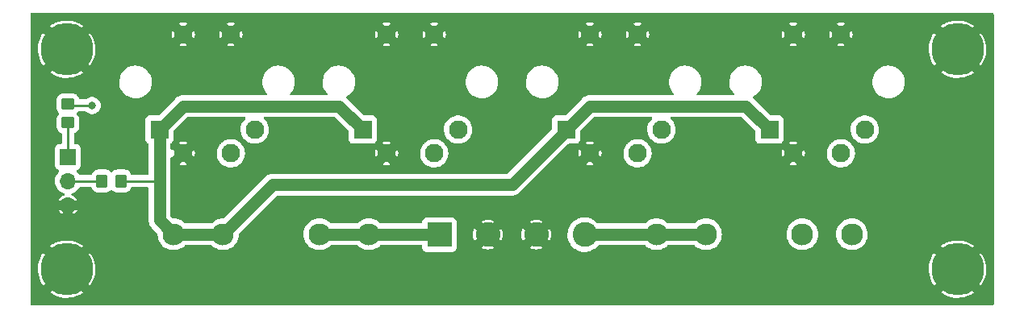
<source format=gbr>
%TF.GenerationSoftware,KiCad,Pcbnew,(6.0.5)*%
%TF.CreationDate,2022-11-10T13:27:30+10:30*%
%TF.ProjectId,1541-II PS,31353431-2d49-4492-9050-532e6b696361,rev?*%
%TF.SameCoordinates,Original*%
%TF.FileFunction,Copper,L1,Top*%
%TF.FilePolarity,Positive*%
%FSLAX46Y46*%
G04 Gerber Fmt 4.6, Leading zero omitted, Abs format (unit mm)*
G04 Created by KiCad (PCBNEW (6.0.5)) date 2022-11-10 13:27:30*
%MOMM*%
%LPD*%
G01*
G04 APERTURE LIST*
G04 Aperture macros list*
%AMRoundRect*
0 Rectangle with rounded corners*
0 $1 Rounding radius*
0 $2 $3 $4 $5 $6 $7 $8 $9 X,Y pos of 4 corners*
0 Add a 4 corners polygon primitive as box body*
4,1,4,$2,$3,$4,$5,$6,$7,$8,$9,$2,$3,0*
0 Add four circle primitives for the rounded corners*
1,1,$1+$1,$2,$3*
1,1,$1+$1,$4,$5*
1,1,$1+$1,$6,$7*
1,1,$1+$1,$8,$9*
0 Add four rect primitives between the rounded corners*
20,1,$1+$1,$2,$3,$4,$5,0*
20,1,$1+$1,$4,$5,$6,$7,0*
20,1,$1+$1,$6,$7,$8,$9,0*
20,1,$1+$1,$8,$9,$2,$3,0*%
G04 Aperture macros list end*
%TA.AperFunction,SMDPad,CuDef*%
%ADD10RoundRect,0.250000X0.450000X-0.350000X0.450000X0.350000X-0.450000X0.350000X-0.450000X-0.350000X0*%
%TD*%
%TA.AperFunction,SMDPad,CuDef*%
%ADD11RoundRect,0.250000X-0.350000X-0.450000X0.350000X-0.450000X0.350000X0.450000X-0.350000X0.450000X0*%
%TD*%
%TA.AperFunction,ComponentPad*%
%ADD12R,1.700000X1.700000*%
%TD*%
%TA.AperFunction,ComponentPad*%
%ADD13O,1.700000X1.700000*%
%TD*%
%TA.AperFunction,ComponentPad*%
%ADD14C,3.600000*%
%TD*%
%TA.AperFunction,ConnectorPad*%
%ADD15C,5.500000*%
%TD*%
%TA.AperFunction,ComponentPad*%
%ADD16R,1.950000X1.950000*%
%TD*%
%TA.AperFunction,ComponentPad*%
%ADD17C,1.950000*%
%TD*%
%TA.AperFunction,ComponentPad*%
%ADD18R,2.600000X2.600000*%
%TD*%
%TA.AperFunction,ComponentPad*%
%ADD19C,2.600000*%
%TD*%
%TA.AperFunction,ComponentPad*%
%ADD20C,2.300000*%
%TD*%
%TA.AperFunction,ViaPad*%
%ADD21C,0.800000*%
%TD*%
%TA.AperFunction,Conductor*%
%ADD22C,0.250000*%
%TD*%
%TA.AperFunction,Conductor*%
%ADD23C,1.250000*%
%TD*%
%TA.AperFunction,Conductor*%
%ADD24C,0.200000*%
%TD*%
G04 APERTURE END LIST*
D10*
%TO.P,R2,1*%
%TO.N,N/C*%
X50165000Y-62214000D03*
%TO.P,R2,2*%
X50165000Y-60214000D03*
%TD*%
D11*
%TO.P,R1,1*%
%TO.N,N/C*%
X53737000Y-68326000D03*
%TO.P,R1,2*%
X55737000Y-68326000D03*
%TD*%
D12*
%TO.P,J6,1*%
%TO.N,N/C*%
X50165000Y-65786000D03*
D13*
%TO.P,J6,2*%
X50165000Y-68326000D03*
%TO.P,J6,3*%
%TO.N,GND*%
X50165000Y-70866000D03*
%TD*%
D14*
%TO.P,REF\u002A\u002A,1*%
%TO.N,N/C*%
X143510000Y-54483000D03*
D15*
%TO.N,GND*%
X143510000Y-54483000D03*
%TD*%
D16*
%TO.P,J1,1*%
%TO.N,N/C*%
X59770000Y-62912000D03*
D17*
%TO.P,J1,2*%
%TO.N,GND*%
X62270000Y-65412000D03*
%TO.P,J1,3*%
%TO.N,N/C*%
X67270000Y-65412000D03*
%TO.P,J1,4*%
X69770000Y-62912000D03*
%TO.P,J1,E1*%
%TO.N,GND*%
X67270000Y-52912000D03*
%TO.P,J1,E2*%
X62270000Y-52912000D03*
%TD*%
D18*
%TO.P,J5,1*%
%TO.N,N/C*%
X89154000Y-73965000D03*
D19*
%TO.P,J5,2*%
%TO.N,GND*%
X94234000Y-73965000D03*
%TO.P,J5,3*%
X99314000Y-73965000D03*
%TO.P,J5,4*%
%TO.N,N/C*%
X104394000Y-73965000D03*
%TD*%
D20*
%TO.P,F1,1*%
%TO.N,N/C*%
X61251000Y-73914000D03*
X66451000Y-73914000D03*
%TO.P,F1,2*%
X81751000Y-73914000D03*
X76551000Y-73914000D03*
%TD*%
%TO.P,F2,1*%
%TO.N,N/C*%
X111924000Y-73914000D03*
X117124000Y-73914000D03*
%TO.P,F2,2*%
X132424000Y-73914000D03*
X127224000Y-73914000D03*
%TD*%
D14*
%TO.P,REF\u002A\u002A,1*%
%TO.N,N/C*%
X50038000Y-54483000D03*
D15*
%TO.N,GND*%
X50038000Y-54483000D03*
%TD*%
%TO.P,REF\u002A\u002A,1*%
%TO.N,GND*%
X143510000Y-77597000D03*
D14*
%TO.N,N/C*%
X143510000Y-77597000D03*
%TD*%
D15*
%TO.P,REF\u002A\u002A,1*%
%TO.N,GND*%
X50038000Y-77597000D03*
D14*
%TO.N,N/C*%
X50038000Y-77597000D03*
%TD*%
D16*
%TO.P,J3,1*%
%TO.N,N/C*%
X102442000Y-62912000D03*
D17*
%TO.P,J3,2*%
%TO.N,GND*%
X104942000Y-65412000D03*
%TO.P,J3,3*%
%TO.N,N/C*%
X109942000Y-65412000D03*
%TO.P,J3,4*%
X112442000Y-62912000D03*
%TO.P,J3,E1*%
%TO.N,GND*%
X109942000Y-52912000D03*
%TO.P,J3,E2*%
X104942000Y-52912000D03*
%TD*%
D16*
%TO.P,J2,1*%
%TO.N,N/C*%
X81106000Y-62912000D03*
D17*
%TO.P,J2,2*%
%TO.N,GND*%
X83606000Y-65412000D03*
%TO.P,J2,3*%
%TO.N,N/C*%
X88606000Y-65412000D03*
%TO.P,J2,4*%
X91106000Y-62912000D03*
%TO.P,J2,E1*%
%TO.N,GND*%
X88606000Y-52912000D03*
%TO.P,J2,E2*%
X83606000Y-52912000D03*
%TD*%
D16*
%TO.P,J4,1*%
%TO.N,N/C*%
X123778000Y-62912000D03*
D17*
%TO.P,J4,2*%
%TO.N,GND*%
X126278000Y-65412000D03*
%TO.P,J4,3*%
%TO.N,N/C*%
X131278000Y-65412000D03*
%TO.P,J4,4*%
X133778000Y-62912000D03*
%TO.P,J4,E1*%
%TO.N,GND*%
X131278000Y-52912000D03*
%TO.P,J4,E2*%
X126278000Y-52912000D03*
%TD*%
D21*
%TO.N,*%
X52705000Y-60388000D03*
%TD*%
D22*
%TO.N,*%
X59690000Y-68326000D02*
X59770000Y-68246000D01*
D23*
X59770000Y-68246000D02*
X59770000Y-72433000D01*
X59770000Y-62912000D02*
X59770000Y-68246000D01*
D22*
X55737000Y-68326000D02*
X59690000Y-68326000D01*
X53737000Y-68326000D02*
X50165000Y-68326000D01*
X50165000Y-62214000D02*
X50165000Y-65786000D01*
D24*
X50339000Y-60388000D02*
X50165000Y-60214000D01*
D22*
X52705000Y-60388000D02*
X50339000Y-60388000D01*
D23*
X111924000Y-73914000D02*
X117124000Y-73914000D01*
X62230000Y-60452000D02*
X78646000Y-60452000D01*
D24*
X104445000Y-73914000D02*
X104394000Y-73965000D01*
D23*
X96774000Y-68707000D02*
X102442000Y-63039000D01*
X104902000Y-60452000D02*
X121318000Y-60452000D01*
X78646000Y-60452000D02*
X81106000Y-62912000D01*
X71658000Y-68707000D02*
X66451000Y-73914000D01*
X81751000Y-73914000D02*
X76551000Y-73914000D01*
X102442000Y-62912000D02*
X104902000Y-60452000D01*
X81751000Y-73914000D02*
X89103000Y-73914000D01*
D22*
X89103000Y-73914000D02*
X89154000Y-73965000D01*
D23*
X61251000Y-73914000D02*
X66451000Y-73914000D01*
X71658000Y-68707000D02*
X96774000Y-68707000D01*
X59770000Y-62912000D02*
X62230000Y-60452000D01*
X111924000Y-73914000D02*
X104445000Y-73914000D01*
X121318000Y-60452000D02*
X123778000Y-62912000D01*
X102442000Y-63039000D02*
X102442000Y-62912000D01*
X59770000Y-72433000D02*
X61251000Y-73914000D01*
%TD*%
%TA.AperFunction,Conductor*%
%TO.N,GND*%
G36*
X147261621Y-50693502D02*
G01*
X147308114Y-50747158D01*
X147319500Y-50799500D01*
X147319500Y-81280500D01*
X147299498Y-81348621D01*
X147245842Y-81395114D01*
X147193500Y-81406500D01*
X46354500Y-81406500D01*
X46286379Y-81386498D01*
X46239886Y-81332842D01*
X46228500Y-81280500D01*
X46228500Y-77506113D01*
X47030489Y-77506113D01*
X47039367Y-77845169D01*
X47039973Y-77852385D01*
X47087765Y-78188183D01*
X47089194Y-78195272D01*
X47175263Y-78523348D01*
X47177503Y-78530243D01*
X47300705Y-78846239D01*
X47303730Y-78852845D01*
X47462429Y-79152576D01*
X47466188Y-79158784D01*
X47574708Y-79316681D01*
X47584961Y-79325024D01*
X47598702Y-79317878D01*
X47977343Y-78939237D01*
X48039655Y-78905211D01*
X48110470Y-78910276D01*
X48171202Y-78958329D01*
X48202614Y-79005341D01*
X48205328Y-79008435D01*
X48205332Y-79008441D01*
X48399433Y-79229769D01*
X48402142Y-79232858D01*
X48405231Y-79235567D01*
X48626559Y-79429668D01*
X48626565Y-79429672D01*
X48629659Y-79432386D01*
X48676671Y-79463798D01*
X48722197Y-79518273D01*
X48731046Y-79588716D01*
X48695763Y-79657657D01*
X48316331Y-80037089D01*
X48309773Y-80049099D01*
X48318741Y-80060839D01*
X48422691Y-80135535D01*
X48428828Y-80139430D01*
X48725179Y-80304376D01*
X48731699Y-80307528D01*
X49045055Y-80437324D01*
X49051906Y-80439710D01*
X49378086Y-80532625D01*
X49385175Y-80534210D01*
X49719884Y-80589021D01*
X49727090Y-80589778D01*
X50065884Y-80605755D01*
X50073134Y-80605679D01*
X50411507Y-80582611D01*
X50418717Y-80581700D01*
X50752204Y-80519892D01*
X50759234Y-80518165D01*
X51083423Y-80418432D01*
X51090200Y-80415912D01*
X51400788Y-80279573D01*
X51407223Y-80276294D01*
X51700065Y-80105171D01*
X51706115Y-80101152D01*
X51758806Y-80061590D01*
X51767259Y-80050265D01*
X51760514Y-80037934D01*
X51380237Y-79657657D01*
X51346211Y-79595345D01*
X51351276Y-79524530D01*
X51399329Y-79463798D01*
X51446341Y-79432386D01*
X51449435Y-79429672D01*
X51449441Y-79429668D01*
X51670769Y-79235567D01*
X51673858Y-79232858D01*
X51676567Y-79229769D01*
X51870668Y-79008441D01*
X51870672Y-79008435D01*
X51873386Y-79005341D01*
X51904798Y-78958329D01*
X51959273Y-78912803D01*
X52029716Y-78903954D01*
X52098657Y-78939237D01*
X52479301Y-79319881D01*
X52491681Y-79326641D01*
X52500353Y-79320149D01*
X52641962Y-79104571D01*
X52645576Y-79098309D01*
X52797980Y-78795290D01*
X52800852Y-78788652D01*
X52917413Y-78470135D01*
X52919509Y-78463193D01*
X52998687Y-78133393D01*
X52999971Y-78126254D01*
X53040817Y-77788721D01*
X53041241Y-77783151D01*
X53047003Y-77599797D01*
X53046930Y-77594204D01*
X53041851Y-77506113D01*
X140502489Y-77506113D01*
X140511367Y-77845169D01*
X140511973Y-77852385D01*
X140559765Y-78188183D01*
X140561194Y-78195272D01*
X140647263Y-78523348D01*
X140649503Y-78530243D01*
X140772705Y-78846239D01*
X140775730Y-78852845D01*
X140934429Y-79152576D01*
X140938188Y-79158784D01*
X141046708Y-79316681D01*
X141056961Y-79325024D01*
X141070702Y-79317878D01*
X141449343Y-78939237D01*
X141511655Y-78905211D01*
X141582470Y-78910276D01*
X141643202Y-78958329D01*
X141674614Y-79005341D01*
X141677328Y-79008435D01*
X141677332Y-79008441D01*
X141871433Y-79229769D01*
X141874142Y-79232858D01*
X141877231Y-79235567D01*
X142098559Y-79429668D01*
X142098565Y-79429672D01*
X142101659Y-79432386D01*
X142148671Y-79463798D01*
X142194197Y-79518273D01*
X142203046Y-79588716D01*
X142167763Y-79657657D01*
X141788331Y-80037089D01*
X141781773Y-80049099D01*
X141790741Y-80060839D01*
X141894691Y-80135535D01*
X141900828Y-80139430D01*
X142197179Y-80304376D01*
X142203699Y-80307528D01*
X142517055Y-80437324D01*
X142523906Y-80439710D01*
X142850086Y-80532625D01*
X142857175Y-80534210D01*
X143191884Y-80589021D01*
X143199090Y-80589778D01*
X143537884Y-80605755D01*
X143545134Y-80605679D01*
X143883507Y-80582611D01*
X143890717Y-80581700D01*
X144224204Y-80519892D01*
X144231234Y-80518165D01*
X144555423Y-80418432D01*
X144562200Y-80415912D01*
X144872788Y-80279573D01*
X144879223Y-80276294D01*
X145172065Y-80105171D01*
X145178115Y-80101152D01*
X145230806Y-80061590D01*
X145239259Y-80050265D01*
X145232514Y-80037934D01*
X144852237Y-79657657D01*
X144818211Y-79595345D01*
X144823276Y-79524530D01*
X144871329Y-79463798D01*
X144918341Y-79432386D01*
X144921435Y-79429672D01*
X144921441Y-79429668D01*
X145142769Y-79235567D01*
X145145858Y-79232858D01*
X145148567Y-79229769D01*
X145342668Y-79008441D01*
X145342672Y-79008435D01*
X145345386Y-79005341D01*
X145376798Y-78958329D01*
X145431273Y-78912803D01*
X145501716Y-78903954D01*
X145570657Y-78939237D01*
X145951301Y-79319881D01*
X145963681Y-79326641D01*
X145972353Y-79320149D01*
X146113962Y-79104571D01*
X146117576Y-79098309D01*
X146269980Y-78795290D01*
X146272852Y-78788652D01*
X146389413Y-78470135D01*
X146391509Y-78463193D01*
X146470687Y-78133393D01*
X146471971Y-78126254D01*
X146512817Y-77788721D01*
X146513241Y-77783151D01*
X146519003Y-77599797D01*
X146518930Y-77594204D01*
X146499358Y-77254764D01*
X146498526Y-77247574D01*
X146440212Y-76913444D01*
X146438557Y-76906389D01*
X146342228Y-76581192D01*
X146339770Y-76574363D01*
X146206701Y-76262389D01*
X146203484Y-76255906D01*
X146035427Y-75961272D01*
X146031495Y-75955217D01*
X145973913Y-75876830D01*
X145962856Y-75868396D01*
X145950172Y-75875248D01*
X145570657Y-76254763D01*
X145508345Y-76288789D01*
X145437530Y-76283724D01*
X145376798Y-76235671D01*
X145345386Y-76188659D01*
X145342672Y-76185565D01*
X145342668Y-76185559D01*
X145148567Y-75964231D01*
X145145858Y-75961142D01*
X145139102Y-75955217D01*
X144921441Y-75764332D01*
X144921435Y-75764328D01*
X144918341Y-75761614D01*
X144871329Y-75730202D01*
X144825803Y-75675727D01*
X144816954Y-75605284D01*
X144852237Y-75536343D01*
X145232220Y-75156360D01*
X145238444Y-75144962D01*
X145228633Y-75132528D01*
X145044760Y-75008970D01*
X145038537Y-75005290D01*
X144737128Y-74849721D01*
X144730517Y-74846777D01*
X144413239Y-74726888D01*
X144406320Y-74724720D01*
X144077369Y-74642093D01*
X144070244Y-74640734D01*
X143733984Y-74596464D01*
X143726742Y-74595933D01*
X143387634Y-74590605D01*
X143380372Y-74590909D01*
X143042882Y-74624596D01*
X143035734Y-74625728D01*
X142704341Y-74697983D01*
X142697363Y-74699931D01*
X142376474Y-74809796D01*
X142369767Y-74812533D01*
X142063637Y-74958550D01*
X142057279Y-74962045D01*
X141787606Y-75131210D01*
X141778254Y-75141767D01*
X141782292Y-75150872D01*
X142167763Y-75536343D01*
X142201789Y-75598655D01*
X142196724Y-75669470D01*
X142148671Y-75730202D01*
X142101659Y-75761614D01*
X142098565Y-75764328D01*
X142098559Y-75764332D01*
X141880898Y-75955217D01*
X141874142Y-75961142D01*
X141871433Y-75964231D01*
X141677332Y-76185559D01*
X141677328Y-76185565D01*
X141674614Y-76188659D01*
X141643202Y-76235671D01*
X141588727Y-76281197D01*
X141518284Y-76290046D01*
X141449343Y-76254763D01*
X141067353Y-75872773D01*
X141054561Y-75865788D01*
X141043806Y-75873653D01*
X141041322Y-75876820D01*
X141037196Y-75882757D01*
X140859967Y-76171969D01*
X140856556Y-76178330D01*
X140713746Y-76485989D01*
X140711078Y-76492727D01*
X140604580Y-76814745D01*
X140602704Y-76821748D01*
X140533925Y-77153873D01*
X140532868Y-77161034D01*
X140502717Y-77498861D01*
X140502489Y-77506113D01*
X53041851Y-77506113D01*
X53027358Y-77254764D01*
X53026526Y-77247574D01*
X52968212Y-76913444D01*
X52966557Y-76906389D01*
X52870228Y-76581192D01*
X52867770Y-76574363D01*
X52734701Y-76262389D01*
X52731484Y-76255906D01*
X52563427Y-75961272D01*
X52559495Y-75955217D01*
X52501913Y-75876830D01*
X52490856Y-75868396D01*
X52478172Y-75875248D01*
X52098657Y-76254763D01*
X52036345Y-76288789D01*
X51965530Y-76283724D01*
X51904798Y-76235671D01*
X51873386Y-76188659D01*
X51870672Y-76185565D01*
X51870668Y-76185559D01*
X51676567Y-75964231D01*
X51673858Y-75961142D01*
X51667102Y-75955217D01*
X51449441Y-75764332D01*
X51449435Y-75764328D01*
X51446341Y-75761614D01*
X51399329Y-75730202D01*
X51353803Y-75675727D01*
X51344954Y-75605284D01*
X51380237Y-75536343D01*
X51760220Y-75156360D01*
X51766444Y-75144962D01*
X51756633Y-75132528D01*
X51572760Y-75008970D01*
X51566537Y-75005290D01*
X51265128Y-74849721D01*
X51258517Y-74846777D01*
X50941239Y-74726888D01*
X50934320Y-74724720D01*
X50605369Y-74642093D01*
X50598244Y-74640734D01*
X50261984Y-74596464D01*
X50254742Y-74595933D01*
X49915634Y-74590605D01*
X49908372Y-74590909D01*
X49570882Y-74624596D01*
X49563734Y-74625728D01*
X49232341Y-74697983D01*
X49225363Y-74699931D01*
X48904474Y-74809796D01*
X48897767Y-74812533D01*
X48591637Y-74958550D01*
X48585279Y-74962045D01*
X48315606Y-75131210D01*
X48306254Y-75141767D01*
X48310292Y-75150872D01*
X48695763Y-75536343D01*
X48729789Y-75598655D01*
X48724724Y-75669470D01*
X48676671Y-75730202D01*
X48629659Y-75761614D01*
X48626565Y-75764328D01*
X48626559Y-75764332D01*
X48408898Y-75955217D01*
X48402142Y-75961142D01*
X48399433Y-75964231D01*
X48205332Y-76185559D01*
X48205328Y-76185565D01*
X48202614Y-76188659D01*
X48171202Y-76235671D01*
X48116727Y-76281197D01*
X48046284Y-76290046D01*
X47977343Y-76254763D01*
X47595353Y-75872773D01*
X47582561Y-75865788D01*
X47571806Y-75873653D01*
X47569322Y-75876820D01*
X47565196Y-75882757D01*
X47387967Y-76171969D01*
X47384556Y-76178330D01*
X47241746Y-76485989D01*
X47239078Y-76492727D01*
X47132580Y-76814745D01*
X47130704Y-76821748D01*
X47061925Y-77153873D01*
X47060868Y-77161034D01*
X47030717Y-77498861D01*
X47030489Y-77506113D01*
X46228500Y-77506113D01*
X46228500Y-71382524D01*
X49187367Y-71382524D01*
X49202395Y-71415122D01*
X49208145Y-71425081D01*
X49318579Y-71581343D01*
X49326057Y-71590098D01*
X49463114Y-71723612D01*
X49472058Y-71730855D01*
X49631156Y-71837161D01*
X49640601Y-71842289D01*
X49654355Y-71843950D01*
X49657000Y-71839622D01*
X49657000Y-71828817D01*
X50673000Y-71828817D01*
X50676973Y-71842348D01*
X50679038Y-71842645D01*
X50683134Y-71841257D01*
X50787945Y-71782560D01*
X50797438Y-71776035D01*
X50944553Y-71653682D01*
X50952682Y-71645553D01*
X51075035Y-71498438D01*
X51081560Y-71488945D01*
X51137080Y-71389806D01*
X51140225Y-71376060D01*
X51138566Y-71374790D01*
X51134318Y-71374000D01*
X50691115Y-71374000D01*
X50675876Y-71378475D01*
X50674671Y-71379865D01*
X50673000Y-71387548D01*
X50673000Y-71828817D01*
X49657000Y-71828817D01*
X49657000Y-71392115D01*
X49652525Y-71376876D01*
X49651135Y-71375671D01*
X49643452Y-71374000D01*
X49201552Y-71374000D01*
X49188021Y-71377973D01*
X49187367Y-71382524D01*
X46228500Y-71382524D01*
X46228500Y-68292695D01*
X48802251Y-68292695D01*
X48815110Y-68515715D01*
X48816247Y-68520761D01*
X48816248Y-68520767D01*
X48840304Y-68627508D01*
X48864222Y-68733639D01*
X48948266Y-68940616D01*
X48950965Y-68945020D01*
X49048981Y-69104968D01*
X49064987Y-69131088D01*
X49211250Y-69299938D01*
X49383126Y-69442632D01*
X49576000Y-69555338D01*
X49580825Y-69557180D01*
X49580826Y-69557181D01*
X49730120Y-69614191D01*
X49786623Y-69657179D01*
X49810916Y-69723890D01*
X49795286Y-69793145D01*
X49744695Y-69842955D01*
X49728783Y-69850113D01*
X49693092Y-69863280D01*
X49682717Y-69868229D01*
X49518273Y-69966063D01*
X49508961Y-69972829D01*
X49365097Y-70098994D01*
X49357180Y-70107337D01*
X49238715Y-70257608D01*
X49232453Y-70267251D01*
X49193142Y-70341969D01*
X49190358Y-70355793D01*
X49192753Y-70357528D01*
X49195489Y-70358000D01*
X51127399Y-70358000D01*
X51140930Y-70354027D01*
X51141474Y-70350242D01*
X51141112Y-70349073D01*
X51112903Y-70291871D01*
X51106893Y-70282063D01*
X50992400Y-70128739D01*
X50984710Y-70120199D01*
X50844192Y-69990304D01*
X50835067Y-69983303D01*
X50673236Y-69881195D01*
X50662989Y-69875974D01*
X50596591Y-69849484D01*
X50540732Y-69805663D01*
X50517431Y-69738599D01*
X50534087Y-69669584D01*
X50585411Y-69620530D01*
X50607074Y-69611768D01*
X50657426Y-69596662D01*
X50657432Y-69596660D01*
X50662384Y-69595174D01*
X50862994Y-69496896D01*
X51044860Y-69367173D01*
X51203096Y-69209489D01*
X51233574Y-69167075D01*
X51330435Y-69032277D01*
X51333453Y-69028077D01*
X51335746Y-69023437D01*
X51337446Y-69020608D01*
X51389674Y-68972518D01*
X51445451Y-68959500D01*
X52557803Y-68959500D01*
X52625924Y-68979502D01*
X52672417Y-69033158D01*
X52677326Y-69045623D01*
X52695450Y-69099946D01*
X52788522Y-69250348D01*
X52913697Y-69375305D01*
X52919927Y-69379145D01*
X52919928Y-69379146D01*
X53057090Y-69463694D01*
X53064262Y-69468115D01*
X53100330Y-69480078D01*
X53225611Y-69521632D01*
X53225613Y-69521632D01*
X53232139Y-69523797D01*
X53238975Y-69524497D01*
X53238978Y-69524498D01*
X53282031Y-69528909D01*
X53336600Y-69534500D01*
X54137400Y-69534500D01*
X54140646Y-69534163D01*
X54140650Y-69534163D01*
X54236308Y-69524238D01*
X54236312Y-69524237D01*
X54243166Y-69523526D01*
X54249702Y-69521345D01*
X54249704Y-69521345D01*
X54382855Y-69476922D01*
X54410946Y-69467550D01*
X54561348Y-69374478D01*
X54647784Y-69287891D01*
X54710066Y-69253812D01*
X54780886Y-69258815D01*
X54825975Y-69287736D01*
X54841506Y-69303240D01*
X54913697Y-69375305D01*
X54919927Y-69379145D01*
X54919928Y-69379146D01*
X55057090Y-69463694D01*
X55064262Y-69468115D01*
X55100330Y-69480078D01*
X55225611Y-69521632D01*
X55225613Y-69521632D01*
X55232139Y-69523797D01*
X55238975Y-69524497D01*
X55238978Y-69524498D01*
X55282031Y-69528909D01*
X55336600Y-69534500D01*
X56137400Y-69534500D01*
X56140646Y-69534163D01*
X56140650Y-69534163D01*
X56236308Y-69524238D01*
X56236312Y-69524237D01*
X56243166Y-69523526D01*
X56249702Y-69521345D01*
X56249704Y-69521345D01*
X56382855Y-69476922D01*
X56410946Y-69467550D01*
X56561348Y-69374478D01*
X56686305Y-69249303D01*
X56779115Y-69098738D01*
X56796663Y-69045832D01*
X56837094Y-68987473D01*
X56902658Y-68960236D01*
X56916256Y-68959500D01*
X58510500Y-68959500D01*
X58578621Y-68979502D01*
X58625114Y-69033158D01*
X58636500Y-69085500D01*
X58636500Y-72326633D01*
X58635567Y-72337694D01*
X58635847Y-72337715D01*
X58635408Y-72343688D01*
X58634402Y-72349607D01*
X58634533Y-72355608D01*
X58636470Y-72444370D01*
X58636500Y-72447119D01*
X58636500Y-72487041D01*
X58637231Y-72494705D01*
X58637769Y-72503901D01*
X58638547Y-72539565D01*
X58638956Y-72558267D01*
X58639121Y-72565848D01*
X58640383Y-72571708D01*
X58646365Y-72599494D01*
X58648617Y-72614044D01*
X58650570Y-72634510D01*
X58651887Y-72648315D01*
X58653577Y-72654075D01*
X58653577Y-72654076D01*
X58669329Y-72707768D01*
X58671603Y-72716717D01*
X58684644Y-72777295D01*
X58686992Y-72782814D01*
X58686993Y-72782816D01*
X58698120Y-72808966D01*
X58703083Y-72822827D01*
X58712774Y-72855860D01*
X58715518Y-72861187D01*
X58715518Y-72861188D01*
X58741139Y-72910934D01*
X58745061Y-72919286D01*
X58769329Y-72976320D01*
X58772680Y-72981297D01*
X58788556Y-73004879D01*
X58796052Y-73017554D01*
X58811809Y-73048148D01*
X58850083Y-73096874D01*
X58855506Y-73104324D01*
X58890122Y-73155740D01*
X58893945Y-73159956D01*
X58915138Y-73181149D01*
X58925128Y-73192410D01*
X58945417Y-73218239D01*
X58949947Y-73222170D01*
X58949948Y-73222171D01*
X58993564Y-73260019D01*
X59000078Y-73266089D01*
X59550855Y-73816866D01*
X59584881Y-73879178D01*
X59587760Y-73905961D01*
X59587760Y-73909070D01*
X59587372Y-73914000D01*
X59607854Y-74174249D01*
X59609008Y-74179056D01*
X59609009Y-74179062D01*
X59647424Y-74339069D01*
X59668796Y-74428089D01*
X59670689Y-74432660D01*
X59670690Y-74432662D01*
X59756877Y-74640734D01*
X59768697Y-74669271D01*
X59905097Y-74891856D01*
X60074637Y-75090363D01*
X60273144Y-75259903D01*
X60495729Y-75396303D01*
X60500299Y-75398196D01*
X60500303Y-75398198D01*
X60732338Y-75494310D01*
X60736911Y-75496204D01*
X60801477Y-75511705D01*
X60985938Y-75555991D01*
X60985944Y-75555992D01*
X60990751Y-75557146D01*
X61251000Y-75577628D01*
X61511249Y-75557146D01*
X61516056Y-75555992D01*
X61516062Y-75555991D01*
X61700523Y-75511705D01*
X61765089Y-75496204D01*
X61769662Y-75494310D01*
X62001697Y-75398198D01*
X62001701Y-75398196D01*
X62006271Y-75396303D01*
X62228856Y-75259903D01*
X62427363Y-75090363D01*
X62430577Y-75086599D01*
X62432776Y-75084401D01*
X62495090Y-75050378D01*
X62521868Y-75047500D01*
X65180132Y-75047500D01*
X65248253Y-75067502D01*
X65269224Y-75084401D01*
X65271423Y-75086599D01*
X65274637Y-75090363D01*
X65473144Y-75259903D01*
X65695729Y-75396303D01*
X65700299Y-75398196D01*
X65700303Y-75398198D01*
X65932338Y-75494310D01*
X65936911Y-75496204D01*
X66001477Y-75511705D01*
X66185938Y-75555991D01*
X66185944Y-75555992D01*
X66190751Y-75557146D01*
X66451000Y-75577628D01*
X66711249Y-75557146D01*
X66716056Y-75555992D01*
X66716062Y-75555991D01*
X66900523Y-75511705D01*
X66965089Y-75496204D01*
X66969662Y-75494310D01*
X67201697Y-75398198D01*
X67201701Y-75398196D01*
X67206271Y-75396303D01*
X67428856Y-75259903D01*
X67627363Y-75090363D01*
X67796903Y-74891856D01*
X67933303Y-74669271D01*
X67945124Y-74640734D01*
X68031310Y-74432662D01*
X68031311Y-74432660D01*
X68033204Y-74428089D01*
X68054576Y-74339069D01*
X68092991Y-74179062D01*
X68092992Y-74179056D01*
X68094146Y-74174249D01*
X68114628Y-73914000D01*
X74887372Y-73914000D01*
X74907854Y-74174249D01*
X74909008Y-74179056D01*
X74909009Y-74179062D01*
X74947424Y-74339069D01*
X74968796Y-74428089D01*
X74970689Y-74432660D01*
X74970690Y-74432662D01*
X75056877Y-74640734D01*
X75068697Y-74669271D01*
X75205097Y-74891856D01*
X75374637Y-75090363D01*
X75573144Y-75259903D01*
X75795729Y-75396303D01*
X75800299Y-75398196D01*
X75800303Y-75398198D01*
X76032338Y-75494310D01*
X76036911Y-75496204D01*
X76101477Y-75511705D01*
X76285938Y-75555991D01*
X76285944Y-75555992D01*
X76290751Y-75557146D01*
X76551000Y-75577628D01*
X76811249Y-75557146D01*
X76816056Y-75555992D01*
X76816062Y-75555991D01*
X77000523Y-75511705D01*
X77065089Y-75496204D01*
X77069662Y-75494310D01*
X77301697Y-75398198D01*
X77301701Y-75398196D01*
X77306271Y-75396303D01*
X77528856Y-75259903D01*
X77727363Y-75090363D01*
X77730577Y-75086599D01*
X77732776Y-75084401D01*
X77795090Y-75050378D01*
X77821868Y-75047500D01*
X80480132Y-75047500D01*
X80548253Y-75067502D01*
X80569224Y-75084401D01*
X80571423Y-75086599D01*
X80574637Y-75090363D01*
X80773144Y-75259903D01*
X80995729Y-75396303D01*
X81000299Y-75398196D01*
X81000303Y-75398198D01*
X81232338Y-75494310D01*
X81236911Y-75496204D01*
X81301477Y-75511705D01*
X81485938Y-75555991D01*
X81485944Y-75555992D01*
X81490751Y-75557146D01*
X81751000Y-75577628D01*
X82011249Y-75557146D01*
X82016056Y-75555992D01*
X82016062Y-75555991D01*
X82200523Y-75511705D01*
X82265089Y-75496204D01*
X82269662Y-75494310D01*
X82501697Y-75398198D01*
X82501701Y-75398196D01*
X82506271Y-75396303D01*
X82728856Y-75259903D01*
X82927363Y-75090363D01*
X82930577Y-75086599D01*
X82932776Y-75084401D01*
X82995090Y-75050378D01*
X83021868Y-75047500D01*
X87219500Y-75047500D01*
X87287621Y-75067502D01*
X87334114Y-75121158D01*
X87345500Y-75173500D01*
X87345500Y-75313134D01*
X87352255Y-75375316D01*
X87403385Y-75511705D01*
X87490739Y-75628261D01*
X87607295Y-75715615D01*
X87743684Y-75766745D01*
X87805866Y-75773500D01*
X90502134Y-75773500D01*
X90564316Y-75766745D01*
X90700705Y-75715615D01*
X90817261Y-75628261D01*
X90904615Y-75511705D01*
X90955745Y-75375316D01*
X90956934Y-75364368D01*
X93558672Y-75364368D01*
X93561861Y-75368628D01*
X93747730Y-75445618D01*
X93757115Y-75448667D01*
X93985336Y-75503459D01*
X93995083Y-75505002D01*
X94229070Y-75523417D01*
X94238930Y-75523417D01*
X94472917Y-75505002D01*
X94482664Y-75503459D01*
X94710885Y-75448667D01*
X94720270Y-75445618D01*
X94898643Y-75371733D01*
X94907782Y-75364368D01*
X98638672Y-75364368D01*
X98641861Y-75368628D01*
X98827730Y-75445618D01*
X98837115Y-75448667D01*
X99065336Y-75503459D01*
X99075083Y-75505002D01*
X99309070Y-75523417D01*
X99318930Y-75523417D01*
X99552917Y-75505002D01*
X99562664Y-75503459D01*
X99790885Y-75448667D01*
X99800270Y-75445618D01*
X99978643Y-75371733D01*
X99989624Y-75362884D01*
X99988308Y-75357728D01*
X99326812Y-74696232D01*
X99312868Y-74688618D01*
X99311035Y-74688749D01*
X99304420Y-74693000D01*
X98645432Y-75351988D01*
X98638672Y-75364368D01*
X94907782Y-75364368D01*
X94909624Y-75362884D01*
X94908308Y-75357728D01*
X94246812Y-74696232D01*
X94232868Y-74688618D01*
X94231035Y-74688749D01*
X94224420Y-74693000D01*
X93565432Y-75351988D01*
X93558672Y-75364368D01*
X90956934Y-75364368D01*
X90962500Y-75313134D01*
X90962500Y-73969930D01*
X92675583Y-73969930D01*
X92693998Y-74203917D01*
X92695541Y-74213664D01*
X92750333Y-74441885D01*
X92753382Y-74451270D01*
X92827267Y-74629643D01*
X92836116Y-74640624D01*
X92841272Y-74639308D01*
X93502768Y-73977812D01*
X93509146Y-73966132D01*
X94957618Y-73966132D01*
X94957749Y-73967965D01*
X94962000Y-73974580D01*
X95620988Y-74633568D01*
X95633368Y-74640328D01*
X95637628Y-74637139D01*
X95714618Y-74451270D01*
X95717667Y-74441885D01*
X95772459Y-74213664D01*
X95774002Y-74203917D01*
X95792417Y-73969930D01*
X97755583Y-73969930D01*
X97773998Y-74203917D01*
X97775541Y-74213664D01*
X97830333Y-74441885D01*
X97833382Y-74451270D01*
X97907267Y-74629643D01*
X97916116Y-74640624D01*
X97921272Y-74639308D01*
X98582768Y-73977812D01*
X98589146Y-73966132D01*
X100037618Y-73966132D01*
X100037749Y-73967965D01*
X100042000Y-73974580D01*
X100700988Y-74633568D01*
X100713368Y-74640328D01*
X100717628Y-74637139D01*
X100794618Y-74451270D01*
X100797667Y-74441885D01*
X100852459Y-74213664D01*
X100854002Y-74203917D01*
X100872417Y-73969930D01*
X100872417Y-73960070D01*
X100869069Y-73917526D01*
X102581050Y-73917526D01*
X102581274Y-73922192D01*
X102581274Y-73922197D01*
X102583946Y-73977812D01*
X102593947Y-74186019D01*
X102646388Y-74449656D01*
X102737220Y-74702646D01*
X102864450Y-74939431D01*
X102867241Y-74943168D01*
X102867245Y-74943175D01*
X102913629Y-75005290D01*
X103025281Y-75154810D01*
X103028590Y-75158090D01*
X103028595Y-75158096D01*
X103212863Y-75340762D01*
X103216180Y-75344050D01*
X103219942Y-75346808D01*
X103219945Y-75346811D01*
X103358860Y-75448667D01*
X103432954Y-75502995D01*
X103437089Y-75505171D01*
X103437093Y-75505173D01*
X103666698Y-75625975D01*
X103670840Y-75628154D01*
X103924613Y-75716775D01*
X103929206Y-75717647D01*
X104184109Y-75766042D01*
X104184112Y-75766042D01*
X104188698Y-75766913D01*
X104316370Y-75771929D01*
X104452625Y-75777283D01*
X104452630Y-75777283D01*
X104457293Y-75777466D01*
X104561607Y-75766042D01*
X104719844Y-75748713D01*
X104719850Y-75748712D01*
X104724497Y-75748203D01*
X104836302Y-75718767D01*
X104979918Y-75680956D01*
X104979920Y-75680955D01*
X104984441Y-75679765D01*
X104993840Y-75675727D01*
X105227120Y-75575502D01*
X105227122Y-75575501D01*
X105231414Y-75573657D01*
X105356577Y-75496204D01*
X105456017Y-75434669D01*
X105456021Y-75434666D01*
X105459990Y-75432210D01*
X105665149Y-75258530D01*
X105812576Y-75090421D01*
X105872529Y-75052395D01*
X105907307Y-75047500D01*
X110653132Y-75047500D01*
X110721253Y-75067502D01*
X110742224Y-75084401D01*
X110744423Y-75086599D01*
X110747637Y-75090363D01*
X110946144Y-75259903D01*
X111168729Y-75396303D01*
X111173299Y-75398196D01*
X111173303Y-75398198D01*
X111405338Y-75494310D01*
X111409911Y-75496204D01*
X111474477Y-75511705D01*
X111658938Y-75555991D01*
X111658944Y-75555992D01*
X111663751Y-75557146D01*
X111924000Y-75577628D01*
X112184249Y-75557146D01*
X112189056Y-75555992D01*
X112189062Y-75555991D01*
X112373523Y-75511705D01*
X112438089Y-75496204D01*
X112442662Y-75494310D01*
X112674697Y-75398198D01*
X112674701Y-75398196D01*
X112679271Y-75396303D01*
X112901856Y-75259903D01*
X113100363Y-75090363D01*
X113103577Y-75086599D01*
X113105776Y-75084401D01*
X113168090Y-75050378D01*
X113194868Y-75047500D01*
X115853132Y-75047500D01*
X115921253Y-75067502D01*
X115942224Y-75084401D01*
X115944423Y-75086599D01*
X115947637Y-75090363D01*
X116146144Y-75259903D01*
X116368729Y-75396303D01*
X116373299Y-75398196D01*
X116373303Y-75398198D01*
X116605338Y-75494310D01*
X116609911Y-75496204D01*
X116674477Y-75511705D01*
X116858938Y-75555991D01*
X116858944Y-75555992D01*
X116863751Y-75557146D01*
X117124000Y-75577628D01*
X117384249Y-75557146D01*
X117389056Y-75555992D01*
X117389062Y-75555991D01*
X117573523Y-75511705D01*
X117638089Y-75496204D01*
X117642662Y-75494310D01*
X117874697Y-75398198D01*
X117874701Y-75398196D01*
X117879271Y-75396303D01*
X118101856Y-75259903D01*
X118300363Y-75090363D01*
X118469903Y-74891856D01*
X118606303Y-74669271D01*
X118618124Y-74640734D01*
X118704310Y-74432662D01*
X118704311Y-74432660D01*
X118706204Y-74428089D01*
X118727576Y-74339069D01*
X118765991Y-74179062D01*
X118765992Y-74179056D01*
X118767146Y-74174249D01*
X118787628Y-73914000D01*
X125560372Y-73914000D01*
X125580854Y-74174249D01*
X125582008Y-74179056D01*
X125582009Y-74179062D01*
X125620424Y-74339069D01*
X125641796Y-74428089D01*
X125643689Y-74432660D01*
X125643690Y-74432662D01*
X125729877Y-74640734D01*
X125741697Y-74669271D01*
X125878097Y-74891856D01*
X126047637Y-75090363D01*
X126246144Y-75259903D01*
X126468729Y-75396303D01*
X126473299Y-75398196D01*
X126473303Y-75398198D01*
X126705338Y-75494310D01*
X126709911Y-75496204D01*
X126774477Y-75511705D01*
X126958938Y-75555991D01*
X126958944Y-75555992D01*
X126963751Y-75557146D01*
X127224000Y-75577628D01*
X127484249Y-75557146D01*
X127489056Y-75555992D01*
X127489062Y-75555991D01*
X127673523Y-75511705D01*
X127738089Y-75496204D01*
X127742662Y-75494310D01*
X127974697Y-75398198D01*
X127974701Y-75398196D01*
X127979271Y-75396303D01*
X128201856Y-75259903D01*
X128400363Y-75090363D01*
X128569903Y-74891856D01*
X128706303Y-74669271D01*
X128718124Y-74640734D01*
X128804310Y-74432662D01*
X128804311Y-74432660D01*
X128806204Y-74428089D01*
X128827576Y-74339069D01*
X128865991Y-74179062D01*
X128865992Y-74179056D01*
X128867146Y-74174249D01*
X128887628Y-73914000D01*
X130760372Y-73914000D01*
X130780854Y-74174249D01*
X130782008Y-74179056D01*
X130782009Y-74179062D01*
X130820424Y-74339069D01*
X130841796Y-74428089D01*
X130843689Y-74432660D01*
X130843690Y-74432662D01*
X130929877Y-74640734D01*
X130941697Y-74669271D01*
X131078097Y-74891856D01*
X131247637Y-75090363D01*
X131446144Y-75259903D01*
X131668729Y-75396303D01*
X131673299Y-75398196D01*
X131673303Y-75398198D01*
X131905338Y-75494310D01*
X131909911Y-75496204D01*
X131974477Y-75511705D01*
X132158938Y-75555991D01*
X132158944Y-75555992D01*
X132163751Y-75557146D01*
X132424000Y-75577628D01*
X132684249Y-75557146D01*
X132689056Y-75555992D01*
X132689062Y-75555991D01*
X132873523Y-75511705D01*
X132938089Y-75496204D01*
X132942662Y-75494310D01*
X133174697Y-75398198D01*
X133174701Y-75398196D01*
X133179271Y-75396303D01*
X133401856Y-75259903D01*
X133600363Y-75090363D01*
X133769903Y-74891856D01*
X133906303Y-74669271D01*
X133918124Y-74640734D01*
X134004310Y-74432662D01*
X134004311Y-74432660D01*
X134006204Y-74428089D01*
X134027576Y-74339069D01*
X134065991Y-74179062D01*
X134065992Y-74179056D01*
X134067146Y-74174249D01*
X134087628Y-73914000D01*
X134067146Y-73653751D01*
X134065992Y-73648944D01*
X134065991Y-73648938D01*
X134007359Y-73404723D01*
X134006204Y-73399911D01*
X134004310Y-73395338D01*
X133908198Y-73163303D01*
X133908196Y-73163299D01*
X133906303Y-73158729D01*
X133769903Y-72936144D01*
X133600363Y-72737637D01*
X133401856Y-72568097D01*
X133179271Y-72431697D01*
X133174701Y-72429804D01*
X133174697Y-72429802D01*
X132942662Y-72333690D01*
X132942660Y-72333689D01*
X132938089Y-72331796D01*
X132842800Y-72308919D01*
X132689062Y-72272009D01*
X132689056Y-72272008D01*
X132684249Y-72270854D01*
X132424000Y-72250372D01*
X132163751Y-72270854D01*
X132158944Y-72272008D01*
X132158938Y-72272009D01*
X132005200Y-72308919D01*
X131909911Y-72331796D01*
X131905340Y-72333689D01*
X131905338Y-72333690D01*
X131673303Y-72429802D01*
X131673299Y-72429804D01*
X131668729Y-72431697D01*
X131446144Y-72568097D01*
X131247637Y-72737637D01*
X131078097Y-72936144D01*
X130941697Y-73158729D01*
X130939804Y-73163299D01*
X130939802Y-73163303D01*
X130843690Y-73395338D01*
X130841796Y-73399911D01*
X130840641Y-73404723D01*
X130782009Y-73648938D01*
X130782008Y-73648944D01*
X130780854Y-73653751D01*
X130760372Y-73914000D01*
X128887628Y-73914000D01*
X128867146Y-73653751D01*
X128865992Y-73648944D01*
X128865991Y-73648938D01*
X128807359Y-73404723D01*
X128806204Y-73399911D01*
X128804310Y-73395338D01*
X128708198Y-73163303D01*
X128708196Y-73163299D01*
X128706303Y-73158729D01*
X128569903Y-72936144D01*
X128400363Y-72737637D01*
X128201856Y-72568097D01*
X127979271Y-72431697D01*
X127974701Y-72429804D01*
X127974697Y-72429802D01*
X127742662Y-72333690D01*
X127742660Y-72333689D01*
X127738089Y-72331796D01*
X127642800Y-72308919D01*
X127489062Y-72272009D01*
X127489056Y-72272008D01*
X127484249Y-72270854D01*
X127224000Y-72250372D01*
X126963751Y-72270854D01*
X126958944Y-72272008D01*
X126958938Y-72272009D01*
X126805200Y-72308919D01*
X126709911Y-72331796D01*
X126705340Y-72333689D01*
X126705338Y-72333690D01*
X126473303Y-72429802D01*
X126473299Y-72429804D01*
X126468729Y-72431697D01*
X126246144Y-72568097D01*
X126047637Y-72737637D01*
X125878097Y-72936144D01*
X125741697Y-73158729D01*
X125739804Y-73163299D01*
X125739802Y-73163303D01*
X125643690Y-73395338D01*
X125641796Y-73399911D01*
X125640641Y-73404723D01*
X125582009Y-73648938D01*
X125582008Y-73648944D01*
X125580854Y-73653751D01*
X125560372Y-73914000D01*
X118787628Y-73914000D01*
X118767146Y-73653751D01*
X118765992Y-73648944D01*
X118765991Y-73648938D01*
X118707359Y-73404723D01*
X118706204Y-73399911D01*
X118704310Y-73395338D01*
X118608198Y-73163303D01*
X118608196Y-73163299D01*
X118606303Y-73158729D01*
X118469903Y-72936144D01*
X118300363Y-72737637D01*
X118101856Y-72568097D01*
X117879271Y-72431697D01*
X117874701Y-72429804D01*
X117874697Y-72429802D01*
X117642662Y-72333690D01*
X117642660Y-72333689D01*
X117638089Y-72331796D01*
X117542800Y-72308919D01*
X117389062Y-72272009D01*
X117389056Y-72272008D01*
X117384249Y-72270854D01*
X117124000Y-72250372D01*
X116863751Y-72270854D01*
X116858944Y-72272008D01*
X116858938Y-72272009D01*
X116705200Y-72308919D01*
X116609911Y-72331796D01*
X116605340Y-72333689D01*
X116605338Y-72333690D01*
X116373303Y-72429802D01*
X116373299Y-72429804D01*
X116368729Y-72431697D01*
X116146144Y-72568097D01*
X115947637Y-72737637D01*
X115944424Y-72741399D01*
X115942224Y-72743599D01*
X115879910Y-72777622D01*
X115853132Y-72780500D01*
X113194868Y-72780500D01*
X113126747Y-72760498D01*
X113105776Y-72743599D01*
X113103576Y-72741399D01*
X113100363Y-72737637D01*
X112901856Y-72568097D01*
X112679271Y-72431697D01*
X112674701Y-72429804D01*
X112674697Y-72429802D01*
X112442662Y-72333690D01*
X112442660Y-72333689D01*
X112438089Y-72331796D01*
X112342800Y-72308919D01*
X112189062Y-72272009D01*
X112189056Y-72272008D01*
X112184249Y-72270854D01*
X111924000Y-72250372D01*
X111663751Y-72270854D01*
X111658944Y-72272008D01*
X111658938Y-72272009D01*
X111505200Y-72308919D01*
X111409911Y-72331796D01*
X111405340Y-72333689D01*
X111405338Y-72333690D01*
X111173303Y-72429802D01*
X111173299Y-72429804D01*
X111168729Y-72431697D01*
X110946144Y-72568097D01*
X110747637Y-72737637D01*
X110744424Y-72741399D01*
X110742224Y-72743599D01*
X110679910Y-72777622D01*
X110653132Y-72780500D01*
X105823400Y-72780500D01*
X105755279Y-72760498D01*
X105731956Y-72740849D01*
X105731105Y-72739769D01*
X105535317Y-72555591D01*
X105349527Y-72426703D01*
X105318299Y-72405039D01*
X105318296Y-72405037D01*
X105314457Y-72402374D01*
X105310264Y-72400306D01*
X105077564Y-72285551D01*
X105077561Y-72285550D01*
X105073376Y-72283486D01*
X105032702Y-72270466D01*
X104847657Y-72211233D01*
X104817370Y-72201538D01*
X104812763Y-72200788D01*
X104812760Y-72200787D01*
X104599337Y-72166029D01*
X104552063Y-72158330D01*
X104421719Y-72156624D01*
X104287961Y-72154873D01*
X104287958Y-72154873D01*
X104283284Y-72154812D01*
X104016937Y-72191060D01*
X103758874Y-72266278D01*
X103754621Y-72268238D01*
X103754620Y-72268239D01*
X103724634Y-72282063D01*
X103514763Y-72378815D01*
X103510854Y-72381378D01*
X103293881Y-72523631D01*
X103293876Y-72523635D01*
X103289968Y-72526197D01*
X103089426Y-72705188D01*
X102917544Y-72911854D01*
X102778096Y-73141656D01*
X102776287Y-73145970D01*
X102776285Y-73145974D01*
X102725917Y-73266089D01*
X102674148Y-73389545D01*
X102607981Y-73650077D01*
X102581050Y-73917526D01*
X100869069Y-73917526D01*
X100854002Y-73726083D01*
X100852459Y-73716336D01*
X100797667Y-73488115D01*
X100794618Y-73478730D01*
X100720733Y-73300357D01*
X100711884Y-73289376D01*
X100706728Y-73290692D01*
X100045232Y-73952188D01*
X100037618Y-73966132D01*
X98589146Y-73966132D01*
X98590382Y-73963868D01*
X98590251Y-73962035D01*
X98586000Y-73955420D01*
X97927012Y-73296432D01*
X97914632Y-73289672D01*
X97910372Y-73292861D01*
X97833382Y-73478730D01*
X97830333Y-73488115D01*
X97775541Y-73716336D01*
X97773998Y-73726083D01*
X97755583Y-73960070D01*
X97755583Y-73969930D01*
X95792417Y-73969930D01*
X95792417Y-73960070D01*
X95774002Y-73726083D01*
X95772459Y-73716336D01*
X95717667Y-73488115D01*
X95714618Y-73478730D01*
X95640733Y-73300357D01*
X95631884Y-73289376D01*
X95626728Y-73290692D01*
X94965232Y-73952188D01*
X94957618Y-73966132D01*
X93509146Y-73966132D01*
X93510382Y-73963868D01*
X93510251Y-73962035D01*
X93506000Y-73955420D01*
X92847012Y-73296432D01*
X92834632Y-73289672D01*
X92830372Y-73292861D01*
X92753382Y-73478730D01*
X92750333Y-73488115D01*
X92695541Y-73716336D01*
X92693998Y-73726083D01*
X92675583Y-73960070D01*
X92675583Y-73969930D01*
X90962500Y-73969930D01*
X90962500Y-72616866D01*
X90957096Y-72567116D01*
X93558376Y-72567116D01*
X93559692Y-72572272D01*
X94221188Y-73233768D01*
X94235132Y-73241382D01*
X94236965Y-73241251D01*
X94243580Y-73237000D01*
X94902568Y-72578012D01*
X94908518Y-72567116D01*
X98638376Y-72567116D01*
X98639692Y-72572272D01*
X99301188Y-73233768D01*
X99315132Y-73241382D01*
X99316965Y-73241251D01*
X99323580Y-73237000D01*
X99982568Y-72578012D01*
X99989328Y-72565632D01*
X99986139Y-72561372D01*
X99800270Y-72484382D01*
X99790885Y-72481333D01*
X99562664Y-72426541D01*
X99552917Y-72424998D01*
X99318930Y-72406583D01*
X99309070Y-72406583D01*
X99075083Y-72424998D01*
X99065336Y-72426541D01*
X98837115Y-72481333D01*
X98827730Y-72484382D01*
X98649357Y-72558267D01*
X98638376Y-72567116D01*
X94908518Y-72567116D01*
X94909328Y-72565632D01*
X94906139Y-72561372D01*
X94720270Y-72484382D01*
X94710885Y-72481333D01*
X94482664Y-72426541D01*
X94472917Y-72424998D01*
X94238930Y-72406583D01*
X94229070Y-72406583D01*
X93995083Y-72424998D01*
X93985336Y-72426541D01*
X93757115Y-72481333D01*
X93747730Y-72484382D01*
X93569357Y-72558267D01*
X93558376Y-72567116D01*
X90957096Y-72567116D01*
X90955745Y-72554684D01*
X90904615Y-72418295D01*
X90817261Y-72301739D01*
X90700705Y-72214385D01*
X90564316Y-72163255D01*
X90502134Y-72156500D01*
X87805866Y-72156500D01*
X87743684Y-72163255D01*
X87607295Y-72214385D01*
X87490739Y-72301739D01*
X87403385Y-72418295D01*
X87352255Y-72554684D01*
X87345500Y-72616866D01*
X87345500Y-72654500D01*
X87325498Y-72722621D01*
X87271842Y-72769114D01*
X87219500Y-72780500D01*
X83021868Y-72780500D01*
X82953747Y-72760498D01*
X82932776Y-72743599D01*
X82930576Y-72741399D01*
X82927363Y-72737637D01*
X82728856Y-72568097D01*
X82506271Y-72431697D01*
X82501701Y-72429804D01*
X82501697Y-72429802D01*
X82269662Y-72333690D01*
X82269660Y-72333689D01*
X82265089Y-72331796D01*
X82169800Y-72308919D01*
X82016062Y-72272009D01*
X82016056Y-72272008D01*
X82011249Y-72270854D01*
X81751000Y-72250372D01*
X81490751Y-72270854D01*
X81485944Y-72272008D01*
X81485938Y-72272009D01*
X81332200Y-72308919D01*
X81236911Y-72331796D01*
X81232340Y-72333689D01*
X81232338Y-72333690D01*
X81000303Y-72429802D01*
X81000299Y-72429804D01*
X80995729Y-72431697D01*
X80773144Y-72568097D01*
X80574637Y-72737637D01*
X80571424Y-72741399D01*
X80569224Y-72743599D01*
X80506910Y-72777622D01*
X80480132Y-72780500D01*
X77821868Y-72780500D01*
X77753747Y-72760498D01*
X77732776Y-72743599D01*
X77730576Y-72741399D01*
X77727363Y-72737637D01*
X77528856Y-72568097D01*
X77306271Y-72431697D01*
X77301701Y-72429804D01*
X77301697Y-72429802D01*
X77069662Y-72333690D01*
X77069660Y-72333689D01*
X77065089Y-72331796D01*
X76969800Y-72308919D01*
X76816062Y-72272009D01*
X76816056Y-72272008D01*
X76811249Y-72270854D01*
X76551000Y-72250372D01*
X76290751Y-72270854D01*
X76285944Y-72272008D01*
X76285938Y-72272009D01*
X76132200Y-72308919D01*
X76036911Y-72331796D01*
X76032340Y-72333689D01*
X76032338Y-72333690D01*
X75800303Y-72429802D01*
X75800299Y-72429804D01*
X75795729Y-72431697D01*
X75573144Y-72568097D01*
X75374637Y-72737637D01*
X75205097Y-72936144D01*
X75068697Y-73158729D01*
X75066804Y-73163299D01*
X75066802Y-73163303D01*
X74970690Y-73395338D01*
X74968796Y-73399911D01*
X74967641Y-73404723D01*
X74909009Y-73648938D01*
X74909008Y-73648944D01*
X74907854Y-73653751D01*
X74887372Y-73914000D01*
X68114628Y-73914000D01*
X68114240Y-73909070D01*
X68114240Y-73905961D01*
X68134242Y-73837840D01*
X68151145Y-73816866D01*
X72090606Y-69877405D01*
X72152918Y-69843379D01*
X72179701Y-69840500D01*
X96667633Y-69840500D01*
X96678694Y-69841433D01*
X96678715Y-69841153D01*
X96684688Y-69841592D01*
X96690607Y-69842598D01*
X96785371Y-69840530D01*
X96788119Y-69840500D01*
X96828041Y-69840500D01*
X96835705Y-69839769D01*
X96844901Y-69839231D01*
X96880565Y-69838453D01*
X96900852Y-69838010D01*
X96900853Y-69838010D01*
X96906848Y-69837879D01*
X96940495Y-69830635D01*
X96955044Y-69828383D01*
X96975510Y-69826430D01*
X96989315Y-69825113D01*
X97048768Y-69807671D01*
X97057719Y-69805397D01*
X97118295Y-69792356D01*
X97149966Y-69778880D01*
X97163827Y-69773917D01*
X97196860Y-69764226D01*
X97251941Y-69735858D01*
X97260286Y-69731939D01*
X97317320Y-69707671D01*
X97345879Y-69688444D01*
X97358554Y-69680948D01*
X97380618Y-69669584D01*
X97389148Y-69665191D01*
X97437874Y-69626917D01*
X97445324Y-69621494D01*
X97492981Y-69589409D01*
X97492983Y-69589407D01*
X97496740Y-69586878D01*
X97500956Y-69583055D01*
X97522149Y-69561862D01*
X97533411Y-69551871D01*
X97554522Y-69535288D01*
X97559239Y-69531583D01*
X97565996Y-69523797D01*
X97601019Y-69483436D01*
X97607089Y-69476922D01*
X100519167Y-66564844D01*
X104513197Y-66564844D01*
X104516742Y-66569579D01*
X104525366Y-66572718D01*
X104722456Y-66625528D01*
X104733251Y-66627431D01*
X104936525Y-66645216D01*
X104947475Y-66645216D01*
X105150749Y-66627431D01*
X105161544Y-66625528D01*
X105358634Y-66572718D01*
X105362120Y-66571449D01*
X105371020Y-66563613D01*
X105369213Y-66557634D01*
X104954812Y-66143233D01*
X104940868Y-66135619D01*
X104939035Y-66135750D01*
X104932420Y-66140001D01*
X104519957Y-66552464D01*
X104513197Y-66564844D01*
X100519167Y-66564844D01*
X101666536Y-65417475D01*
X103708784Y-65417475D01*
X103726569Y-65620749D01*
X103728472Y-65631544D01*
X103781282Y-65828634D01*
X103782551Y-65832120D01*
X103790387Y-65841020D01*
X103796366Y-65839213D01*
X104210767Y-65424812D01*
X104217145Y-65413132D01*
X105665619Y-65413132D01*
X105665750Y-65414965D01*
X105670001Y-65421580D01*
X106082464Y-65834043D01*
X106094844Y-65840803D01*
X106099579Y-65837258D01*
X106102718Y-65828634D01*
X106155528Y-65631544D01*
X106157431Y-65620749D01*
X106175216Y-65417475D01*
X106175216Y-65406525D01*
X106172513Y-65375631D01*
X108453860Y-65375631D01*
X108454157Y-65380783D01*
X108454157Y-65380787D01*
X108465558Y-65578499D01*
X108467903Y-65619171D01*
X108469040Y-65624217D01*
X108469041Y-65624223D01*
X108492107Y-65726575D01*
X108521533Y-65857147D01*
X108523475Y-65861929D01*
X108523476Y-65861933D01*
X108611367Y-66078382D01*
X108613311Y-66083169D01*
X108740772Y-66291166D01*
X108900492Y-66475553D01*
X109088183Y-66631377D01*
X109298804Y-66754453D01*
X109526698Y-66841478D01*
X109531764Y-66842509D01*
X109531765Y-66842509D01*
X109760667Y-66889080D01*
X109760671Y-66889080D01*
X109765746Y-66890113D01*
X109770922Y-66890303D01*
X109770924Y-66890303D01*
X110004363Y-66898863D01*
X110004367Y-66898863D01*
X110009527Y-66899052D01*
X110014647Y-66898396D01*
X110014649Y-66898396D01*
X110091377Y-66888567D01*
X110251494Y-66868055D01*
X110256443Y-66866570D01*
X110256449Y-66866569D01*
X110480200Y-66799440D01*
X110480199Y-66799440D01*
X110485150Y-66797955D01*
X110704219Y-66690634D01*
X110708424Y-66687634D01*
X110708430Y-66687631D01*
X110880571Y-66564844D01*
X125849197Y-66564844D01*
X125852742Y-66569579D01*
X125861366Y-66572718D01*
X126058456Y-66625528D01*
X126069251Y-66627431D01*
X126272525Y-66645216D01*
X126283475Y-66645216D01*
X126486749Y-66627431D01*
X126497544Y-66625528D01*
X126694634Y-66572718D01*
X126698120Y-66571449D01*
X126707020Y-66563613D01*
X126705213Y-66557634D01*
X126290812Y-66143233D01*
X126276868Y-66135619D01*
X126275035Y-66135750D01*
X126268420Y-66140001D01*
X125855957Y-66552464D01*
X125849197Y-66564844D01*
X110880571Y-66564844D01*
X110898614Y-66551974D01*
X110898616Y-66551972D01*
X110902818Y-66548975D01*
X111075614Y-66376781D01*
X111217966Y-66178677D01*
X111235484Y-66143233D01*
X111323756Y-65964626D01*
X111323757Y-65964624D01*
X111326050Y-65959984D01*
X111358827Y-65852105D01*
X111395462Y-65731527D01*
X111395463Y-65731521D01*
X111396966Y-65726575D01*
X111428807Y-65484717D01*
X111430450Y-65417475D01*
X125044784Y-65417475D01*
X125062569Y-65620749D01*
X125064472Y-65631544D01*
X125117282Y-65828634D01*
X125118551Y-65832120D01*
X125126387Y-65841020D01*
X125132366Y-65839213D01*
X125546767Y-65424812D01*
X125553145Y-65413132D01*
X127001619Y-65413132D01*
X127001750Y-65414965D01*
X127006001Y-65421580D01*
X127418464Y-65834043D01*
X127430844Y-65840803D01*
X127435579Y-65837258D01*
X127438718Y-65828634D01*
X127491528Y-65631544D01*
X127493431Y-65620749D01*
X127511216Y-65417475D01*
X127511216Y-65406525D01*
X127508513Y-65375631D01*
X129789860Y-65375631D01*
X129790157Y-65380783D01*
X129790157Y-65380787D01*
X129801558Y-65578499D01*
X129803903Y-65619171D01*
X129805040Y-65624217D01*
X129805041Y-65624223D01*
X129828107Y-65726575D01*
X129857533Y-65857147D01*
X129859475Y-65861929D01*
X129859476Y-65861933D01*
X129947367Y-66078382D01*
X129949311Y-66083169D01*
X130076772Y-66291166D01*
X130236492Y-66475553D01*
X130424183Y-66631377D01*
X130634804Y-66754453D01*
X130862698Y-66841478D01*
X130867764Y-66842509D01*
X130867765Y-66842509D01*
X131096667Y-66889080D01*
X131096671Y-66889080D01*
X131101746Y-66890113D01*
X131106922Y-66890303D01*
X131106924Y-66890303D01*
X131340363Y-66898863D01*
X131340367Y-66898863D01*
X131345527Y-66899052D01*
X131350647Y-66898396D01*
X131350649Y-66898396D01*
X131427377Y-66888567D01*
X131587494Y-66868055D01*
X131592443Y-66866570D01*
X131592449Y-66866569D01*
X131816200Y-66799440D01*
X131816199Y-66799440D01*
X131821150Y-66797955D01*
X132040219Y-66690634D01*
X132044424Y-66687634D01*
X132044430Y-66687631D01*
X132234614Y-66551974D01*
X132234616Y-66551972D01*
X132238818Y-66548975D01*
X132411614Y-66376781D01*
X132553966Y-66178677D01*
X132571484Y-66143233D01*
X132659756Y-65964626D01*
X132659757Y-65964624D01*
X132662050Y-65959984D01*
X132694827Y-65852105D01*
X132731462Y-65731527D01*
X132731463Y-65731521D01*
X132732966Y-65726575D01*
X132764807Y-65484717D01*
X132766584Y-65412000D01*
X132746596Y-65168876D01*
X132687167Y-64932280D01*
X132589894Y-64708568D01*
X132457390Y-64503748D01*
X132396681Y-64437029D01*
X132296690Y-64327141D01*
X132296688Y-64327140D01*
X132293212Y-64323319D01*
X132289161Y-64320120D01*
X132289157Y-64320116D01*
X132105825Y-64175329D01*
X132105821Y-64175327D01*
X132101770Y-64172127D01*
X131888205Y-64054233D01*
X131883336Y-64052509D01*
X131883332Y-64052507D01*
X131663127Y-63974528D01*
X131663123Y-63974527D01*
X131658252Y-63972802D01*
X131653159Y-63971895D01*
X131653156Y-63971894D01*
X131423177Y-63930928D01*
X131423171Y-63930927D01*
X131418088Y-63930022D01*
X131338380Y-63929048D01*
X131179332Y-63927105D01*
X131179330Y-63927105D01*
X131174162Y-63927042D01*
X130933024Y-63963941D01*
X130701150Y-64039729D01*
X130484769Y-64152370D01*
X130480636Y-64155473D01*
X130480633Y-64155475D01*
X130340904Y-64260387D01*
X130289690Y-64298840D01*
X130249624Y-64340767D01*
X130162053Y-64432405D01*
X130121153Y-64475204D01*
X130118239Y-64479476D01*
X130118238Y-64479477D01*
X130098719Y-64508091D01*
X129983684Y-64676726D01*
X129966705Y-64713305D01*
X129884090Y-64891283D01*
X129880974Y-64897995D01*
X129815783Y-65133067D01*
X129789860Y-65375631D01*
X127508513Y-65375631D01*
X127493431Y-65203251D01*
X127491528Y-65192456D01*
X127438718Y-64995366D01*
X127437449Y-64991880D01*
X127429613Y-64982980D01*
X127423634Y-64984787D01*
X127009233Y-65399188D01*
X127001619Y-65413132D01*
X125553145Y-65413132D01*
X125554381Y-65410868D01*
X125554250Y-65409035D01*
X125549999Y-65402420D01*
X125137536Y-64989957D01*
X125125156Y-64983197D01*
X125120421Y-64986742D01*
X125117282Y-64995366D01*
X125064472Y-65192456D01*
X125062569Y-65203251D01*
X125044784Y-65406525D01*
X125044784Y-65417475D01*
X111430450Y-65417475D01*
X111430584Y-65412000D01*
X111410596Y-65168876D01*
X111351167Y-64932280D01*
X111253894Y-64708568D01*
X111121390Y-64503748D01*
X111060681Y-64437029D01*
X110960690Y-64327141D01*
X110960688Y-64327140D01*
X110957212Y-64323319D01*
X110953161Y-64320120D01*
X110953157Y-64320116D01*
X110769825Y-64175329D01*
X110769821Y-64175327D01*
X110765770Y-64172127D01*
X110552205Y-64054233D01*
X110547336Y-64052509D01*
X110547332Y-64052507D01*
X110327127Y-63974528D01*
X110327123Y-63974527D01*
X110322252Y-63972802D01*
X110317159Y-63971895D01*
X110317156Y-63971894D01*
X110087177Y-63930928D01*
X110087171Y-63930927D01*
X110082088Y-63930022D01*
X110002380Y-63929048D01*
X109843332Y-63927105D01*
X109843330Y-63927105D01*
X109838162Y-63927042D01*
X109597024Y-63963941D01*
X109365150Y-64039729D01*
X109148769Y-64152370D01*
X109144636Y-64155473D01*
X109144633Y-64155475D01*
X109004904Y-64260387D01*
X108953690Y-64298840D01*
X108913624Y-64340767D01*
X108826053Y-64432405D01*
X108785153Y-64475204D01*
X108782239Y-64479476D01*
X108782238Y-64479477D01*
X108762719Y-64508091D01*
X108647684Y-64676726D01*
X108630705Y-64713305D01*
X108548090Y-64891283D01*
X108544974Y-64897995D01*
X108479783Y-65133067D01*
X108453860Y-65375631D01*
X106172513Y-65375631D01*
X106157431Y-65203251D01*
X106155528Y-65192456D01*
X106102718Y-64995366D01*
X106101449Y-64991880D01*
X106093613Y-64982980D01*
X106087634Y-64984787D01*
X105673233Y-65399188D01*
X105665619Y-65413132D01*
X104217145Y-65413132D01*
X104218381Y-65410868D01*
X104218250Y-65409035D01*
X104213999Y-65402420D01*
X103801536Y-64989957D01*
X103789156Y-64983197D01*
X103784421Y-64986742D01*
X103781282Y-64995366D01*
X103728472Y-65192456D01*
X103726569Y-65203251D01*
X103708784Y-65406525D01*
X103708784Y-65417475D01*
X101666536Y-65417475D01*
X102651606Y-64432405D01*
X102713918Y-64398379D01*
X102740701Y-64395500D01*
X103465134Y-64395500D01*
X103527316Y-64388745D01*
X103663705Y-64337615D01*
X103766750Y-64260387D01*
X104512980Y-64260387D01*
X104514787Y-64266366D01*
X104929188Y-64680767D01*
X104943132Y-64688381D01*
X104944965Y-64688250D01*
X104951580Y-64683999D01*
X105364043Y-64271536D01*
X105370803Y-64259156D01*
X105367258Y-64254421D01*
X105358634Y-64251282D01*
X105161544Y-64198472D01*
X105150749Y-64196569D01*
X104947475Y-64178784D01*
X104936525Y-64178784D01*
X104733251Y-64196569D01*
X104722456Y-64198472D01*
X104525366Y-64251282D01*
X104521880Y-64252551D01*
X104512980Y-64260387D01*
X103766750Y-64260387D01*
X103780261Y-64250261D01*
X103867615Y-64133705D01*
X103918745Y-63997316D01*
X103925500Y-63935134D01*
X103925500Y-63083701D01*
X103945502Y-63015580D01*
X103962405Y-62994606D01*
X105334606Y-61622405D01*
X105396918Y-61588379D01*
X105423701Y-61585500D01*
X111362922Y-61585500D01*
X111431043Y-61605502D01*
X111477536Y-61659158D01*
X111487640Y-61729432D01*
X111458146Y-61794012D01*
X111453527Y-61798684D01*
X111453690Y-61798840D01*
X111285153Y-61975204D01*
X111282239Y-61979476D01*
X111282238Y-61979477D01*
X111262719Y-62008091D01*
X111147684Y-62176726D01*
X111044974Y-62397995D01*
X110979783Y-62633067D01*
X110953860Y-62875631D01*
X110954157Y-62880783D01*
X110954157Y-62880787D01*
X110960720Y-62994606D01*
X110967903Y-63119171D01*
X110969040Y-63124217D01*
X110969041Y-63124223D01*
X111002719Y-63273663D01*
X111021533Y-63357147D01*
X111023475Y-63361929D01*
X111023476Y-63361933D01*
X111111367Y-63578382D01*
X111113311Y-63583169D01*
X111240772Y-63791166D01*
X111400492Y-63975553D01*
X111588183Y-64131377D01*
X111798804Y-64254453D01*
X111803629Y-64256295D01*
X111803630Y-64256296D01*
X111906763Y-64295679D01*
X112026698Y-64341478D01*
X112031764Y-64342509D01*
X112031765Y-64342509D01*
X112260667Y-64389080D01*
X112260671Y-64389080D01*
X112265746Y-64390113D01*
X112270922Y-64390303D01*
X112270924Y-64390303D01*
X112504363Y-64398863D01*
X112504367Y-64398863D01*
X112509527Y-64399052D01*
X112514647Y-64398396D01*
X112514649Y-64398396D01*
X112611639Y-64385971D01*
X112751494Y-64368055D01*
X112756443Y-64366570D01*
X112756449Y-64366569D01*
X112980200Y-64299440D01*
X112980199Y-64299440D01*
X112985150Y-64297955D01*
X113204219Y-64190634D01*
X113208424Y-64187634D01*
X113208430Y-64187631D01*
X113398614Y-64051974D01*
X113398616Y-64051972D01*
X113402818Y-64048975D01*
X113575614Y-63876781D01*
X113717966Y-63678677D01*
X113826050Y-63459984D01*
X113867039Y-63325076D01*
X113895462Y-63231527D01*
X113895463Y-63231521D01*
X113896966Y-63226575D01*
X113921202Y-63042483D01*
X113928370Y-62988038D01*
X113928370Y-62988034D01*
X113928807Y-62984717D01*
X113930584Y-62912000D01*
X113910596Y-62668876D01*
X113851167Y-62432280D01*
X113753894Y-62208568D01*
X113621390Y-62003748D01*
X113516856Y-61888866D01*
X113460690Y-61827141D01*
X113460688Y-61827140D01*
X113457212Y-61823319D01*
X113453161Y-61820120D01*
X113453157Y-61820116D01*
X113440831Y-61810382D01*
X113399768Y-61752465D01*
X113396536Y-61681542D01*
X113432162Y-61620130D01*
X113495333Y-61587728D01*
X113518923Y-61585500D01*
X120796299Y-61585500D01*
X120864420Y-61605502D01*
X120885394Y-61622405D01*
X122257595Y-62994606D01*
X122291621Y-63056918D01*
X122294500Y-63083701D01*
X122294500Y-63935134D01*
X122301255Y-63997316D01*
X122352385Y-64133705D01*
X122439739Y-64250261D01*
X122556295Y-64337615D01*
X122692684Y-64388745D01*
X122754866Y-64395500D01*
X124801134Y-64395500D01*
X124863316Y-64388745D01*
X124999705Y-64337615D01*
X125102750Y-64260387D01*
X125848980Y-64260387D01*
X125850787Y-64266366D01*
X126265188Y-64680767D01*
X126279132Y-64688381D01*
X126280965Y-64688250D01*
X126287580Y-64683999D01*
X126700043Y-64271536D01*
X126706803Y-64259156D01*
X126703258Y-64254421D01*
X126694634Y-64251282D01*
X126497544Y-64198472D01*
X126486749Y-64196569D01*
X126283475Y-64178784D01*
X126272525Y-64178784D01*
X126069251Y-64196569D01*
X126058456Y-64198472D01*
X125861366Y-64251282D01*
X125857880Y-64252551D01*
X125848980Y-64260387D01*
X125102750Y-64260387D01*
X125116261Y-64250261D01*
X125203615Y-64133705D01*
X125254745Y-63997316D01*
X125261500Y-63935134D01*
X125261500Y-62875631D01*
X132289860Y-62875631D01*
X132290157Y-62880783D01*
X132290157Y-62880787D01*
X132296720Y-62994606D01*
X132303903Y-63119171D01*
X132305040Y-63124217D01*
X132305041Y-63124223D01*
X132338719Y-63273663D01*
X132357533Y-63357147D01*
X132359475Y-63361929D01*
X132359476Y-63361933D01*
X132447367Y-63578382D01*
X132449311Y-63583169D01*
X132576772Y-63791166D01*
X132736492Y-63975553D01*
X132924183Y-64131377D01*
X133134804Y-64254453D01*
X133139629Y-64256295D01*
X133139630Y-64256296D01*
X133242763Y-64295679D01*
X133362698Y-64341478D01*
X133367764Y-64342509D01*
X133367765Y-64342509D01*
X133596667Y-64389080D01*
X133596671Y-64389080D01*
X133601746Y-64390113D01*
X133606922Y-64390303D01*
X133606924Y-64390303D01*
X133840363Y-64398863D01*
X133840367Y-64398863D01*
X133845527Y-64399052D01*
X133850647Y-64398396D01*
X133850649Y-64398396D01*
X133947639Y-64385971D01*
X134087494Y-64368055D01*
X134092443Y-64366570D01*
X134092449Y-64366569D01*
X134316200Y-64299440D01*
X134316199Y-64299440D01*
X134321150Y-64297955D01*
X134540219Y-64190634D01*
X134544424Y-64187634D01*
X134544430Y-64187631D01*
X134734614Y-64051974D01*
X134734616Y-64051972D01*
X134738818Y-64048975D01*
X134911614Y-63876781D01*
X135053966Y-63678677D01*
X135162050Y-63459984D01*
X135203039Y-63325076D01*
X135231462Y-63231527D01*
X135231463Y-63231521D01*
X135232966Y-63226575D01*
X135257202Y-63042483D01*
X135264370Y-62988038D01*
X135264370Y-62988034D01*
X135264807Y-62984717D01*
X135266584Y-62912000D01*
X135246596Y-62668876D01*
X135187167Y-62432280D01*
X135089894Y-62208568D01*
X134957390Y-62003748D01*
X134852856Y-61888866D01*
X134796690Y-61827141D01*
X134796688Y-61827140D01*
X134793212Y-61823319D01*
X134789161Y-61820120D01*
X134789157Y-61820116D01*
X134605825Y-61675329D01*
X134605821Y-61675327D01*
X134601770Y-61672127D01*
X134388205Y-61554233D01*
X134383336Y-61552509D01*
X134383332Y-61552507D01*
X134163127Y-61474528D01*
X134163123Y-61474527D01*
X134158252Y-61472802D01*
X134153159Y-61471895D01*
X134153156Y-61471894D01*
X133923177Y-61430928D01*
X133923171Y-61430927D01*
X133918088Y-61430022D01*
X133838380Y-61429048D01*
X133679332Y-61427105D01*
X133679330Y-61427105D01*
X133674162Y-61427042D01*
X133433024Y-61463941D01*
X133201150Y-61539729D01*
X132984769Y-61652370D01*
X132980636Y-61655473D01*
X132980633Y-61655475D01*
X132910898Y-61707834D01*
X132789690Y-61798840D01*
X132621153Y-61975204D01*
X132618239Y-61979476D01*
X132618238Y-61979477D01*
X132598719Y-62008091D01*
X132483684Y-62176726D01*
X132380974Y-62397995D01*
X132315783Y-62633067D01*
X132289860Y-62875631D01*
X125261500Y-62875631D01*
X125261500Y-61888866D01*
X125254745Y-61826684D01*
X125203615Y-61690295D01*
X125116261Y-61573739D01*
X124999705Y-61486385D01*
X124863316Y-61435255D01*
X124801134Y-61428500D01*
X123949701Y-61428500D01*
X123881580Y-61408498D01*
X123860606Y-61391595D01*
X122194720Y-59725709D01*
X122187556Y-59717224D01*
X122187343Y-59717408D01*
X122183428Y-59712872D01*
X122179957Y-59707979D01*
X122111447Y-59642395D01*
X122109483Y-59640472D01*
X122081293Y-59612282D01*
X122080338Y-59611493D01*
X122043550Y-59551120D01*
X122045249Y-59480144D01*
X122085051Y-59421353D01*
X122101406Y-59409904D01*
X122251806Y-59321489D01*
X122251809Y-59321487D01*
X122255934Y-59319062D01*
X122457515Y-59154949D01*
X122631953Y-58962233D01*
X122775233Y-58745349D01*
X122847532Y-58588522D01*
X122882053Y-58513640D01*
X122882054Y-58513637D01*
X122884059Y-58509288D01*
X122955926Y-58259482D01*
X122989180Y-58001679D01*
X122984953Y-57822321D01*
X134566820Y-57822321D01*
X134572944Y-58082187D01*
X134618306Y-58338137D01*
X134701860Y-58584281D01*
X134821685Y-58814954D01*
X134824500Y-58818808D01*
X134824503Y-58818812D01*
X134929280Y-58962233D01*
X134975023Y-59024847D01*
X135053402Y-59103638D01*
X135154971Y-59205741D01*
X135154976Y-59205745D01*
X135158345Y-59209132D01*
X135162197Y-59211977D01*
X135162198Y-59211978D01*
X135234691Y-59265522D01*
X135367434Y-59363567D01*
X135371672Y-59365797D01*
X135371674Y-59365798D01*
X135428851Y-59395880D01*
X135597476Y-59484598D01*
X135601995Y-59486159D01*
X135602001Y-59486161D01*
X135790124Y-59551120D01*
X135843179Y-59569440D01*
X136098888Y-59616141D01*
X136182061Y-59620500D01*
X136344099Y-59620500D01*
X136346478Y-59620319D01*
X136346479Y-59620319D01*
X136532423Y-59606175D01*
X136532428Y-59606174D01*
X136537190Y-59605812D01*
X136541844Y-59604733D01*
X136541846Y-59604733D01*
X136785760Y-59548197D01*
X136790415Y-59547118D01*
X137031848Y-59450795D01*
X137255934Y-59319062D01*
X137457515Y-59154949D01*
X137631953Y-58962233D01*
X137775233Y-58745349D01*
X137847532Y-58588522D01*
X137882053Y-58513640D01*
X137882054Y-58513637D01*
X137884059Y-58509288D01*
X137955926Y-58259482D01*
X137989180Y-58001679D01*
X137983056Y-57741813D01*
X137950820Y-57559925D01*
X137938528Y-57490567D01*
X137938527Y-57490563D01*
X137937694Y-57485863D01*
X137854140Y-57239719D01*
X137734315Y-57009046D01*
X137721257Y-56991171D01*
X137583800Y-56803017D01*
X137583799Y-56803016D01*
X137580977Y-56799153D01*
X137489316Y-56707010D01*
X137401029Y-56618259D01*
X137401024Y-56618255D01*
X137397655Y-56614868D01*
X137188566Y-56460433D01*
X137081824Y-56404273D01*
X137019407Y-56371434D01*
X136958524Y-56339402D01*
X136954005Y-56337841D01*
X136953999Y-56337839D01*
X136717339Y-56256120D01*
X136717338Y-56256120D01*
X136712821Y-56254560D01*
X136457112Y-56207859D01*
X136373939Y-56203500D01*
X136211901Y-56203500D01*
X136209522Y-56203681D01*
X136209521Y-56203681D01*
X136023577Y-56217825D01*
X136023572Y-56217826D01*
X136018810Y-56218188D01*
X136014156Y-56219267D01*
X136014154Y-56219267D01*
X135865595Y-56253701D01*
X135765585Y-56276882D01*
X135524152Y-56373205D01*
X135300066Y-56504938D01*
X135098485Y-56669051D01*
X134924047Y-56861767D01*
X134780767Y-57078651D01*
X134778766Y-57082991D01*
X134778764Y-57082995D01*
X134706513Y-57239719D01*
X134671941Y-57314712D01*
X134670617Y-57319313D01*
X134670617Y-57319314D01*
X134625604Y-57475778D01*
X134600074Y-57564518D01*
X134566820Y-57822321D01*
X122984953Y-57822321D01*
X122983056Y-57741813D01*
X122950820Y-57559925D01*
X122938528Y-57490567D01*
X122938527Y-57490563D01*
X122937694Y-57485863D01*
X122854140Y-57239719D01*
X122734315Y-57009046D01*
X122721257Y-56991171D01*
X122583800Y-56803017D01*
X122583799Y-56803016D01*
X122580977Y-56799153D01*
X122489316Y-56707010D01*
X122401029Y-56618259D01*
X122401024Y-56618255D01*
X122397655Y-56614868D01*
X122188566Y-56460433D01*
X122081824Y-56404273D01*
X122019407Y-56371434D01*
X121958524Y-56339402D01*
X121954005Y-56337841D01*
X121953999Y-56337839D01*
X121717339Y-56256120D01*
X121717338Y-56256120D01*
X121712821Y-56254560D01*
X121457112Y-56207859D01*
X121373939Y-56203500D01*
X121211901Y-56203500D01*
X121209522Y-56203681D01*
X121209521Y-56203681D01*
X121023577Y-56217825D01*
X121023572Y-56217826D01*
X121018810Y-56218188D01*
X121014156Y-56219267D01*
X121014154Y-56219267D01*
X120865595Y-56253701D01*
X120765585Y-56276882D01*
X120524152Y-56373205D01*
X120300066Y-56504938D01*
X120098485Y-56669051D01*
X119924047Y-56861767D01*
X119780767Y-57078651D01*
X119778766Y-57082991D01*
X119778764Y-57082995D01*
X119706513Y-57239719D01*
X119671941Y-57314712D01*
X119670617Y-57319313D01*
X119670617Y-57319314D01*
X119625604Y-57475778D01*
X119600074Y-57564518D01*
X119566820Y-57822321D01*
X119572944Y-58082187D01*
X119618306Y-58338137D01*
X119701860Y-58584281D01*
X119821685Y-58814954D01*
X119824500Y-58818808D01*
X119824503Y-58818812D01*
X119929280Y-58962233D01*
X119975023Y-59024847D01*
X119978395Y-59028237D01*
X119978397Y-59028239D01*
X120053402Y-59103638D01*
X120087263Y-59166040D01*
X120082013Y-59236842D01*
X120039317Y-59293566D01*
X119972732Y-59318202D01*
X119964073Y-59318500D01*
X116257476Y-59318500D01*
X116189355Y-59298498D01*
X116142862Y-59244842D01*
X116132758Y-59174568D01*
X116164061Y-59107945D01*
X116292737Y-58965786D01*
X116295953Y-58962233D01*
X116439233Y-58745349D01*
X116511532Y-58588522D01*
X116546053Y-58513640D01*
X116546054Y-58513637D01*
X116548059Y-58509288D01*
X116619926Y-58259482D01*
X116653180Y-58001679D01*
X116647056Y-57741813D01*
X116614820Y-57559925D01*
X116602528Y-57490567D01*
X116602527Y-57490563D01*
X116601694Y-57485863D01*
X116518140Y-57239719D01*
X116398315Y-57009046D01*
X116385257Y-56991171D01*
X116247800Y-56803017D01*
X116247799Y-56803016D01*
X116244977Y-56799153D01*
X116153316Y-56707010D01*
X116065029Y-56618259D01*
X116065024Y-56618255D01*
X116061655Y-56614868D01*
X115852566Y-56460433D01*
X115745824Y-56404273D01*
X115683407Y-56371434D01*
X115622524Y-56339402D01*
X115618005Y-56337841D01*
X115617999Y-56337839D01*
X115381339Y-56256120D01*
X115381338Y-56256120D01*
X115376821Y-56254560D01*
X115121112Y-56207859D01*
X115037939Y-56203500D01*
X114875901Y-56203500D01*
X114873522Y-56203681D01*
X114873521Y-56203681D01*
X114687577Y-56217825D01*
X114687572Y-56217826D01*
X114682810Y-56218188D01*
X114678156Y-56219267D01*
X114678154Y-56219267D01*
X114529595Y-56253701D01*
X114429585Y-56276882D01*
X114188152Y-56373205D01*
X113964066Y-56504938D01*
X113762485Y-56669051D01*
X113588047Y-56861767D01*
X113444767Y-57078651D01*
X113442766Y-57082991D01*
X113442764Y-57082995D01*
X113370513Y-57239719D01*
X113335941Y-57314712D01*
X113334617Y-57319313D01*
X113334617Y-57319314D01*
X113289604Y-57475778D01*
X113264074Y-57564518D01*
X113230820Y-57822321D01*
X113236944Y-58082187D01*
X113282306Y-58338137D01*
X113365860Y-58584281D01*
X113485685Y-58814954D01*
X113488500Y-58818808D01*
X113488503Y-58818812D01*
X113593280Y-58962233D01*
X113639023Y-59024847D01*
X113642395Y-59028237D01*
X113642397Y-59028239D01*
X113717402Y-59103638D01*
X113751263Y-59166040D01*
X113746013Y-59236842D01*
X113703317Y-59293566D01*
X113636732Y-59318202D01*
X113628073Y-59318500D01*
X105008367Y-59318500D01*
X104997306Y-59317567D01*
X104997285Y-59317847D01*
X104991312Y-59317408D01*
X104985393Y-59316402D01*
X104890630Y-59318470D01*
X104887881Y-59318500D01*
X104847959Y-59318500D01*
X104840295Y-59319231D01*
X104831099Y-59319769D01*
X104795435Y-59320547D01*
X104775148Y-59320990D01*
X104775147Y-59320990D01*
X104769152Y-59321121D01*
X104735506Y-59328365D01*
X104720956Y-59330617D01*
X104700490Y-59332570D01*
X104686685Y-59333887D01*
X104680925Y-59335577D01*
X104680924Y-59335577D01*
X104627232Y-59351329D01*
X104618281Y-59353603D01*
X104563571Y-59365381D01*
X104563570Y-59365381D01*
X104557705Y-59366644D01*
X104526029Y-59380123D01*
X104512175Y-59385083D01*
X104479140Y-59394774D01*
X104424040Y-59423152D01*
X104415728Y-59427055D01*
X104358680Y-59451330D01*
X104353705Y-59454679D01*
X104353704Y-59454680D01*
X104330131Y-59470551D01*
X104317453Y-59478049D01*
X104286852Y-59493809D01*
X104282138Y-59497512D01*
X104282130Y-59497517D01*
X104238119Y-59532088D01*
X104230657Y-59537520D01*
X104179260Y-59572123D01*
X104175044Y-59575945D01*
X104153851Y-59597138D01*
X104142590Y-59607128D01*
X104116761Y-59627417D01*
X104112830Y-59631947D01*
X104112829Y-59631948D01*
X104074981Y-59675564D01*
X104068911Y-59682078D01*
X102359394Y-61391595D01*
X102297082Y-61425621D01*
X102270299Y-61428500D01*
X101418866Y-61428500D01*
X101356684Y-61435255D01*
X101220295Y-61486385D01*
X101103739Y-61573739D01*
X101016385Y-61690295D01*
X100965255Y-61826684D01*
X100958500Y-61888866D01*
X100958500Y-62867299D01*
X100938498Y-62935420D01*
X100921595Y-62956394D01*
X96341394Y-67536595D01*
X96279082Y-67570621D01*
X96252299Y-67573500D01*
X71764367Y-67573500D01*
X71753306Y-67572567D01*
X71753285Y-67572847D01*
X71747312Y-67572408D01*
X71741393Y-67571402D01*
X71646630Y-67573470D01*
X71643881Y-67573500D01*
X71603959Y-67573500D01*
X71596295Y-67574231D01*
X71587099Y-67574769D01*
X71551435Y-67575547D01*
X71531148Y-67575990D01*
X71531147Y-67575990D01*
X71525152Y-67576121D01*
X71491506Y-67583365D01*
X71476956Y-67585617D01*
X71456490Y-67587570D01*
X71442685Y-67588887D01*
X71436925Y-67590577D01*
X71436924Y-67590577D01*
X71383232Y-67606329D01*
X71374283Y-67608603D01*
X71313705Y-67621644D01*
X71308186Y-67623992D01*
X71308184Y-67623993D01*
X71282034Y-67635120D01*
X71268173Y-67640083D01*
X71235140Y-67649774D01*
X71229813Y-67652518D01*
X71229812Y-67652518D01*
X71220443Y-67657344D01*
X71180059Y-67678142D01*
X71171714Y-67682061D01*
X71114680Y-67706329D01*
X71109703Y-67709680D01*
X71086121Y-67725556D01*
X71073446Y-67733052D01*
X71042852Y-67748809D01*
X70994126Y-67787083D01*
X70986676Y-67792506D01*
X70935260Y-67827122D01*
X70931044Y-67830945D01*
X70909851Y-67852138D01*
X70898590Y-67862128D01*
X70872761Y-67882417D01*
X70868830Y-67886947D01*
X70868829Y-67886948D01*
X70830981Y-67930564D01*
X70824911Y-67937078D01*
X66548134Y-72213855D01*
X66485822Y-72247881D01*
X66459039Y-72250760D01*
X66455930Y-72250760D01*
X66451000Y-72250372D01*
X66190751Y-72270854D01*
X66185944Y-72272008D01*
X66185938Y-72272009D01*
X66032200Y-72308919D01*
X65936911Y-72331796D01*
X65932340Y-72333689D01*
X65932338Y-72333690D01*
X65700303Y-72429802D01*
X65700299Y-72429804D01*
X65695729Y-72431697D01*
X65473144Y-72568097D01*
X65274637Y-72737637D01*
X65271424Y-72741399D01*
X65269224Y-72743599D01*
X65206910Y-72777622D01*
X65180132Y-72780500D01*
X62521868Y-72780500D01*
X62453747Y-72760498D01*
X62432776Y-72743599D01*
X62430576Y-72741399D01*
X62427363Y-72737637D01*
X62228856Y-72568097D01*
X62006271Y-72431697D01*
X62001701Y-72429804D01*
X62001697Y-72429802D01*
X61769662Y-72333690D01*
X61769660Y-72333689D01*
X61765089Y-72331796D01*
X61669800Y-72308919D01*
X61516062Y-72272009D01*
X61516056Y-72272008D01*
X61511249Y-72270854D01*
X61251000Y-72250372D01*
X61246070Y-72250760D01*
X61242961Y-72250760D01*
X61174840Y-72230758D01*
X61153866Y-72213855D01*
X60940405Y-72000394D01*
X60906379Y-71938082D01*
X60903500Y-71911299D01*
X60903500Y-66564844D01*
X61841197Y-66564844D01*
X61844742Y-66569579D01*
X61853366Y-66572718D01*
X62050456Y-66625528D01*
X62061251Y-66627431D01*
X62264525Y-66645216D01*
X62275475Y-66645216D01*
X62478749Y-66627431D01*
X62489544Y-66625528D01*
X62686634Y-66572718D01*
X62690120Y-66571449D01*
X62699020Y-66563613D01*
X62697213Y-66557634D01*
X62282812Y-66143233D01*
X62268868Y-66135619D01*
X62267035Y-66135750D01*
X62260420Y-66140001D01*
X61847957Y-66552464D01*
X61841197Y-66564844D01*
X60903500Y-66564844D01*
X60903500Y-65930736D01*
X60923502Y-65862615D01*
X60977158Y-65816122D01*
X61047432Y-65806018D01*
X61112012Y-65835512D01*
X61117756Y-65841211D01*
X61124366Y-65839213D01*
X61538767Y-65424812D01*
X61545145Y-65413132D01*
X62993619Y-65413132D01*
X62993750Y-65414965D01*
X62998001Y-65421580D01*
X63410464Y-65834043D01*
X63422844Y-65840803D01*
X63427579Y-65837258D01*
X63430718Y-65828634D01*
X63483528Y-65631544D01*
X63485431Y-65620749D01*
X63503216Y-65417475D01*
X63503216Y-65406525D01*
X63500513Y-65375631D01*
X65781860Y-65375631D01*
X65782157Y-65380783D01*
X65782157Y-65380787D01*
X65793558Y-65578499D01*
X65795903Y-65619171D01*
X65797040Y-65624217D01*
X65797041Y-65624223D01*
X65820107Y-65726575D01*
X65849533Y-65857147D01*
X65851475Y-65861929D01*
X65851476Y-65861933D01*
X65939367Y-66078382D01*
X65941311Y-66083169D01*
X66068772Y-66291166D01*
X66228492Y-66475553D01*
X66416183Y-66631377D01*
X66626804Y-66754453D01*
X66854698Y-66841478D01*
X66859764Y-66842509D01*
X66859765Y-66842509D01*
X67088667Y-66889080D01*
X67088671Y-66889080D01*
X67093746Y-66890113D01*
X67098922Y-66890303D01*
X67098924Y-66890303D01*
X67332363Y-66898863D01*
X67332367Y-66898863D01*
X67337527Y-66899052D01*
X67342647Y-66898396D01*
X67342649Y-66898396D01*
X67419377Y-66888567D01*
X67579494Y-66868055D01*
X67584443Y-66866570D01*
X67584449Y-66866569D01*
X67808200Y-66799440D01*
X67808199Y-66799440D01*
X67813150Y-66797955D01*
X68032219Y-66690634D01*
X68036424Y-66687634D01*
X68036430Y-66687631D01*
X68208571Y-66564844D01*
X83177197Y-66564844D01*
X83180742Y-66569579D01*
X83189366Y-66572718D01*
X83386456Y-66625528D01*
X83397251Y-66627431D01*
X83600525Y-66645216D01*
X83611475Y-66645216D01*
X83814749Y-66627431D01*
X83825544Y-66625528D01*
X84022634Y-66572718D01*
X84026120Y-66571449D01*
X84035020Y-66563613D01*
X84033213Y-66557634D01*
X83618812Y-66143233D01*
X83604868Y-66135619D01*
X83603035Y-66135750D01*
X83596420Y-66140001D01*
X83183957Y-66552464D01*
X83177197Y-66564844D01*
X68208571Y-66564844D01*
X68226614Y-66551974D01*
X68226616Y-66551972D01*
X68230818Y-66548975D01*
X68403614Y-66376781D01*
X68545966Y-66178677D01*
X68563484Y-66143233D01*
X68651756Y-65964626D01*
X68651757Y-65964624D01*
X68654050Y-65959984D01*
X68686827Y-65852105D01*
X68723462Y-65731527D01*
X68723463Y-65731521D01*
X68724966Y-65726575D01*
X68756807Y-65484717D01*
X68758450Y-65417475D01*
X82372784Y-65417475D01*
X82390569Y-65620749D01*
X82392472Y-65631544D01*
X82445282Y-65828634D01*
X82446551Y-65832120D01*
X82454387Y-65841020D01*
X82460366Y-65839213D01*
X82874767Y-65424812D01*
X82881145Y-65413132D01*
X84329619Y-65413132D01*
X84329750Y-65414965D01*
X84334001Y-65421580D01*
X84746464Y-65834043D01*
X84758844Y-65840803D01*
X84763579Y-65837258D01*
X84766718Y-65828634D01*
X84819528Y-65631544D01*
X84821431Y-65620749D01*
X84839216Y-65417475D01*
X84839216Y-65406525D01*
X84836513Y-65375631D01*
X87117860Y-65375631D01*
X87118157Y-65380783D01*
X87118157Y-65380787D01*
X87129558Y-65578499D01*
X87131903Y-65619171D01*
X87133040Y-65624217D01*
X87133041Y-65624223D01*
X87156107Y-65726575D01*
X87185533Y-65857147D01*
X87187475Y-65861929D01*
X87187476Y-65861933D01*
X87275367Y-66078382D01*
X87277311Y-66083169D01*
X87404772Y-66291166D01*
X87564492Y-66475553D01*
X87752183Y-66631377D01*
X87962804Y-66754453D01*
X88190698Y-66841478D01*
X88195764Y-66842509D01*
X88195765Y-66842509D01*
X88424667Y-66889080D01*
X88424671Y-66889080D01*
X88429746Y-66890113D01*
X88434922Y-66890303D01*
X88434924Y-66890303D01*
X88668363Y-66898863D01*
X88668367Y-66898863D01*
X88673527Y-66899052D01*
X88678647Y-66898396D01*
X88678649Y-66898396D01*
X88755377Y-66888567D01*
X88915494Y-66868055D01*
X88920443Y-66866570D01*
X88920449Y-66866569D01*
X89144200Y-66799440D01*
X89144199Y-66799440D01*
X89149150Y-66797955D01*
X89368219Y-66690634D01*
X89372424Y-66687634D01*
X89372430Y-66687631D01*
X89562614Y-66551974D01*
X89562616Y-66551972D01*
X89566818Y-66548975D01*
X89739614Y-66376781D01*
X89881966Y-66178677D01*
X89899484Y-66143233D01*
X89987756Y-65964626D01*
X89987757Y-65964624D01*
X89990050Y-65959984D01*
X90022827Y-65852105D01*
X90059462Y-65731527D01*
X90059463Y-65731521D01*
X90060966Y-65726575D01*
X90092807Y-65484717D01*
X90094584Y-65412000D01*
X90074596Y-65168876D01*
X90015167Y-64932280D01*
X89917894Y-64708568D01*
X89785390Y-64503748D01*
X89724681Y-64437029D01*
X89624690Y-64327141D01*
X89624688Y-64327140D01*
X89621212Y-64323319D01*
X89617161Y-64320120D01*
X89617157Y-64320116D01*
X89433825Y-64175329D01*
X89433821Y-64175327D01*
X89429770Y-64172127D01*
X89216205Y-64054233D01*
X89211336Y-64052509D01*
X89211332Y-64052507D01*
X88991127Y-63974528D01*
X88991123Y-63974527D01*
X88986252Y-63972802D01*
X88981159Y-63971895D01*
X88981156Y-63971894D01*
X88751177Y-63930928D01*
X88751171Y-63930927D01*
X88746088Y-63930022D01*
X88666380Y-63929048D01*
X88507332Y-63927105D01*
X88507330Y-63927105D01*
X88502162Y-63927042D01*
X88261024Y-63963941D01*
X88029150Y-64039729D01*
X87812769Y-64152370D01*
X87808636Y-64155473D01*
X87808633Y-64155475D01*
X87668904Y-64260387D01*
X87617690Y-64298840D01*
X87577624Y-64340767D01*
X87490053Y-64432405D01*
X87449153Y-64475204D01*
X87446239Y-64479476D01*
X87446238Y-64479477D01*
X87426719Y-64508091D01*
X87311684Y-64676726D01*
X87294705Y-64713305D01*
X87212090Y-64891283D01*
X87208974Y-64897995D01*
X87143783Y-65133067D01*
X87117860Y-65375631D01*
X84836513Y-65375631D01*
X84821431Y-65203251D01*
X84819528Y-65192456D01*
X84766718Y-64995366D01*
X84765449Y-64991880D01*
X84757613Y-64982980D01*
X84751634Y-64984787D01*
X84337233Y-65399188D01*
X84329619Y-65413132D01*
X82881145Y-65413132D01*
X82882381Y-65410868D01*
X82882250Y-65409035D01*
X82877999Y-65402420D01*
X82465536Y-64989957D01*
X82453156Y-64983197D01*
X82448421Y-64986742D01*
X82445282Y-64995366D01*
X82392472Y-65192456D01*
X82390569Y-65203251D01*
X82372784Y-65406525D01*
X82372784Y-65417475D01*
X68758450Y-65417475D01*
X68758584Y-65412000D01*
X68738596Y-65168876D01*
X68679167Y-64932280D01*
X68581894Y-64708568D01*
X68449390Y-64503748D01*
X68388681Y-64437029D01*
X68288690Y-64327141D01*
X68288688Y-64327140D01*
X68285212Y-64323319D01*
X68281161Y-64320120D01*
X68281157Y-64320116D01*
X68097825Y-64175329D01*
X68097821Y-64175327D01*
X68093770Y-64172127D01*
X67880205Y-64054233D01*
X67875336Y-64052509D01*
X67875332Y-64052507D01*
X67655127Y-63974528D01*
X67655123Y-63974527D01*
X67650252Y-63972802D01*
X67645159Y-63971895D01*
X67645156Y-63971894D01*
X67415177Y-63930928D01*
X67415171Y-63930927D01*
X67410088Y-63930022D01*
X67330380Y-63929048D01*
X67171332Y-63927105D01*
X67171330Y-63927105D01*
X67166162Y-63927042D01*
X66925024Y-63963941D01*
X66693150Y-64039729D01*
X66476769Y-64152370D01*
X66472636Y-64155473D01*
X66472633Y-64155475D01*
X66332904Y-64260387D01*
X66281690Y-64298840D01*
X66241624Y-64340767D01*
X66154053Y-64432405D01*
X66113153Y-64475204D01*
X66110239Y-64479476D01*
X66110238Y-64479477D01*
X66090719Y-64508091D01*
X65975684Y-64676726D01*
X65958705Y-64713305D01*
X65876090Y-64891283D01*
X65872974Y-64897995D01*
X65807783Y-65133067D01*
X65781860Y-65375631D01*
X63500513Y-65375631D01*
X63485431Y-65203251D01*
X63483528Y-65192456D01*
X63430718Y-64995366D01*
X63429449Y-64991880D01*
X63421613Y-64982980D01*
X63415634Y-64984787D01*
X63001233Y-65399188D01*
X62993619Y-65413132D01*
X61545145Y-65413132D01*
X61546381Y-65410868D01*
X61546250Y-65409035D01*
X61541999Y-65402420D01*
X61129536Y-64989957D01*
X61117156Y-64983197D01*
X61105009Y-64992290D01*
X61038489Y-65017101D01*
X60969114Y-65002009D01*
X60918912Y-64951807D01*
X60903500Y-64891422D01*
X60903500Y-64458009D01*
X60923502Y-64389888D01*
X60977158Y-64343395D01*
X60982694Y-64341097D01*
X60983297Y-64340767D01*
X60991705Y-64337615D01*
X61094750Y-64260387D01*
X61840980Y-64260387D01*
X61842787Y-64266366D01*
X62257188Y-64680767D01*
X62271132Y-64688381D01*
X62272965Y-64688250D01*
X62279580Y-64683999D01*
X62692043Y-64271536D01*
X62698803Y-64259156D01*
X62695258Y-64254421D01*
X62686634Y-64251282D01*
X62489544Y-64198472D01*
X62478749Y-64196569D01*
X62275475Y-64178784D01*
X62264525Y-64178784D01*
X62061251Y-64196569D01*
X62050456Y-64198472D01*
X61853366Y-64251282D01*
X61849880Y-64252551D01*
X61840980Y-64260387D01*
X61094750Y-64260387D01*
X61108261Y-64250261D01*
X61195615Y-64133705D01*
X61246745Y-63997316D01*
X61253500Y-63935134D01*
X61253500Y-63083701D01*
X61273502Y-63015580D01*
X61290405Y-62994606D01*
X62662606Y-61622405D01*
X62724918Y-61588379D01*
X62751701Y-61585500D01*
X68690922Y-61585500D01*
X68759043Y-61605502D01*
X68805536Y-61659158D01*
X68815640Y-61729432D01*
X68786146Y-61794012D01*
X68781527Y-61798684D01*
X68781690Y-61798840D01*
X68613153Y-61975204D01*
X68610239Y-61979476D01*
X68610238Y-61979477D01*
X68590719Y-62008091D01*
X68475684Y-62176726D01*
X68372974Y-62397995D01*
X68307783Y-62633067D01*
X68281860Y-62875631D01*
X68282157Y-62880783D01*
X68282157Y-62880787D01*
X68288720Y-62994606D01*
X68295903Y-63119171D01*
X68297040Y-63124217D01*
X68297041Y-63124223D01*
X68330719Y-63273663D01*
X68349533Y-63357147D01*
X68351475Y-63361929D01*
X68351476Y-63361933D01*
X68439367Y-63578382D01*
X68441311Y-63583169D01*
X68568772Y-63791166D01*
X68728492Y-63975553D01*
X68916183Y-64131377D01*
X69126804Y-64254453D01*
X69131629Y-64256295D01*
X69131630Y-64256296D01*
X69234763Y-64295679D01*
X69354698Y-64341478D01*
X69359764Y-64342509D01*
X69359765Y-64342509D01*
X69588667Y-64389080D01*
X69588671Y-64389080D01*
X69593746Y-64390113D01*
X69598922Y-64390303D01*
X69598924Y-64390303D01*
X69832363Y-64398863D01*
X69832367Y-64398863D01*
X69837527Y-64399052D01*
X69842647Y-64398396D01*
X69842649Y-64398396D01*
X69939639Y-64385971D01*
X70079494Y-64368055D01*
X70084443Y-64366570D01*
X70084449Y-64366569D01*
X70308200Y-64299440D01*
X70308199Y-64299440D01*
X70313150Y-64297955D01*
X70532219Y-64190634D01*
X70536424Y-64187634D01*
X70536430Y-64187631D01*
X70726614Y-64051974D01*
X70726616Y-64051972D01*
X70730818Y-64048975D01*
X70903614Y-63876781D01*
X71045966Y-63678677D01*
X71154050Y-63459984D01*
X71195039Y-63325076D01*
X71223462Y-63231527D01*
X71223463Y-63231521D01*
X71224966Y-63226575D01*
X71249202Y-63042483D01*
X71256370Y-62988038D01*
X71256370Y-62988034D01*
X71256807Y-62984717D01*
X71258584Y-62912000D01*
X71238596Y-62668876D01*
X71179167Y-62432280D01*
X71081894Y-62208568D01*
X70949390Y-62003748D01*
X70844856Y-61888866D01*
X70788690Y-61827141D01*
X70788688Y-61827140D01*
X70785212Y-61823319D01*
X70781161Y-61820120D01*
X70781157Y-61820116D01*
X70768831Y-61810382D01*
X70727768Y-61752465D01*
X70724536Y-61681542D01*
X70760162Y-61620130D01*
X70823333Y-61587728D01*
X70846923Y-61585500D01*
X78124299Y-61585500D01*
X78192420Y-61605502D01*
X78213394Y-61622405D01*
X79585595Y-62994606D01*
X79619621Y-63056918D01*
X79622500Y-63083701D01*
X79622500Y-63935134D01*
X79629255Y-63997316D01*
X79680385Y-64133705D01*
X79767739Y-64250261D01*
X79884295Y-64337615D01*
X80020684Y-64388745D01*
X80082866Y-64395500D01*
X82129134Y-64395500D01*
X82191316Y-64388745D01*
X82327705Y-64337615D01*
X82430750Y-64260387D01*
X83176980Y-64260387D01*
X83178787Y-64266366D01*
X83593188Y-64680767D01*
X83607132Y-64688381D01*
X83608965Y-64688250D01*
X83615580Y-64683999D01*
X84028043Y-64271536D01*
X84034803Y-64259156D01*
X84031258Y-64254421D01*
X84022634Y-64251282D01*
X83825544Y-64198472D01*
X83814749Y-64196569D01*
X83611475Y-64178784D01*
X83600525Y-64178784D01*
X83397251Y-64196569D01*
X83386456Y-64198472D01*
X83189366Y-64251282D01*
X83185880Y-64252551D01*
X83176980Y-64260387D01*
X82430750Y-64260387D01*
X82444261Y-64250261D01*
X82531615Y-64133705D01*
X82582745Y-63997316D01*
X82589500Y-63935134D01*
X82589500Y-62875631D01*
X89617860Y-62875631D01*
X89618157Y-62880783D01*
X89618157Y-62880787D01*
X89624720Y-62994606D01*
X89631903Y-63119171D01*
X89633040Y-63124217D01*
X89633041Y-63124223D01*
X89666719Y-63273663D01*
X89685533Y-63357147D01*
X89687475Y-63361929D01*
X89687476Y-63361933D01*
X89775367Y-63578382D01*
X89777311Y-63583169D01*
X89904772Y-63791166D01*
X90064492Y-63975553D01*
X90252183Y-64131377D01*
X90462804Y-64254453D01*
X90467629Y-64256295D01*
X90467630Y-64256296D01*
X90570763Y-64295679D01*
X90690698Y-64341478D01*
X90695764Y-64342509D01*
X90695765Y-64342509D01*
X90924667Y-64389080D01*
X90924671Y-64389080D01*
X90929746Y-64390113D01*
X90934922Y-64390303D01*
X90934924Y-64390303D01*
X91168363Y-64398863D01*
X91168367Y-64398863D01*
X91173527Y-64399052D01*
X91178647Y-64398396D01*
X91178649Y-64398396D01*
X91275639Y-64385971D01*
X91415494Y-64368055D01*
X91420443Y-64366570D01*
X91420449Y-64366569D01*
X91644200Y-64299440D01*
X91644199Y-64299440D01*
X91649150Y-64297955D01*
X91868219Y-64190634D01*
X91872424Y-64187634D01*
X91872430Y-64187631D01*
X92062614Y-64051974D01*
X92062616Y-64051972D01*
X92066818Y-64048975D01*
X92239614Y-63876781D01*
X92381966Y-63678677D01*
X92490050Y-63459984D01*
X92531039Y-63325076D01*
X92559462Y-63231527D01*
X92559463Y-63231521D01*
X92560966Y-63226575D01*
X92585202Y-63042483D01*
X92592370Y-62988038D01*
X92592370Y-62988034D01*
X92592807Y-62984717D01*
X92594584Y-62912000D01*
X92574596Y-62668876D01*
X92515167Y-62432280D01*
X92417894Y-62208568D01*
X92285390Y-62003748D01*
X92180856Y-61888866D01*
X92124690Y-61827141D01*
X92124688Y-61827140D01*
X92121212Y-61823319D01*
X92117161Y-61820120D01*
X92117157Y-61820116D01*
X91933825Y-61675329D01*
X91933821Y-61675327D01*
X91929770Y-61672127D01*
X91716205Y-61554233D01*
X91711336Y-61552509D01*
X91711332Y-61552507D01*
X91491127Y-61474528D01*
X91491123Y-61474527D01*
X91486252Y-61472802D01*
X91481159Y-61471895D01*
X91481156Y-61471894D01*
X91251177Y-61430928D01*
X91251171Y-61430927D01*
X91246088Y-61430022D01*
X91166380Y-61429048D01*
X91007332Y-61427105D01*
X91007330Y-61427105D01*
X91002162Y-61427042D01*
X90761024Y-61463941D01*
X90529150Y-61539729D01*
X90312769Y-61652370D01*
X90308636Y-61655473D01*
X90308633Y-61655475D01*
X90238898Y-61707834D01*
X90117690Y-61798840D01*
X89949153Y-61975204D01*
X89946239Y-61979476D01*
X89946238Y-61979477D01*
X89926719Y-62008091D01*
X89811684Y-62176726D01*
X89708974Y-62397995D01*
X89643783Y-62633067D01*
X89617860Y-62875631D01*
X82589500Y-62875631D01*
X82589500Y-61888866D01*
X82582745Y-61826684D01*
X82531615Y-61690295D01*
X82444261Y-61573739D01*
X82327705Y-61486385D01*
X82191316Y-61435255D01*
X82129134Y-61428500D01*
X81277701Y-61428500D01*
X81209580Y-61408498D01*
X81188606Y-61391595D01*
X79522720Y-59725709D01*
X79515556Y-59717224D01*
X79515343Y-59717408D01*
X79511428Y-59712872D01*
X79507957Y-59707979D01*
X79439447Y-59642395D01*
X79437483Y-59640472D01*
X79409293Y-59612282D01*
X79408338Y-59611493D01*
X79371550Y-59551120D01*
X79373249Y-59480144D01*
X79413051Y-59421353D01*
X79429406Y-59409904D01*
X79579806Y-59321489D01*
X79579809Y-59321487D01*
X79583934Y-59319062D01*
X79785515Y-59154949D01*
X79959953Y-58962233D01*
X80103233Y-58745349D01*
X80175532Y-58588522D01*
X80210053Y-58513640D01*
X80210054Y-58513637D01*
X80212059Y-58509288D01*
X80283926Y-58259482D01*
X80317180Y-58001679D01*
X80312953Y-57822321D01*
X91894820Y-57822321D01*
X91900944Y-58082187D01*
X91946306Y-58338137D01*
X92029860Y-58584281D01*
X92149685Y-58814954D01*
X92152500Y-58818808D01*
X92152503Y-58818812D01*
X92257280Y-58962233D01*
X92303023Y-59024847D01*
X92381402Y-59103638D01*
X92482971Y-59205741D01*
X92482976Y-59205745D01*
X92486345Y-59209132D01*
X92490197Y-59211977D01*
X92490198Y-59211978D01*
X92562691Y-59265522D01*
X92695434Y-59363567D01*
X92699672Y-59365797D01*
X92699674Y-59365798D01*
X92756851Y-59395880D01*
X92925476Y-59484598D01*
X92929995Y-59486159D01*
X92930001Y-59486161D01*
X93118124Y-59551120D01*
X93171179Y-59569440D01*
X93426888Y-59616141D01*
X93510061Y-59620500D01*
X93672099Y-59620500D01*
X93674478Y-59620319D01*
X93674479Y-59620319D01*
X93860423Y-59606175D01*
X93860428Y-59606174D01*
X93865190Y-59605812D01*
X93869844Y-59604733D01*
X93869846Y-59604733D01*
X94113760Y-59548197D01*
X94118415Y-59547118D01*
X94359848Y-59450795D01*
X94583934Y-59319062D01*
X94785515Y-59154949D01*
X94959953Y-58962233D01*
X95103233Y-58745349D01*
X95175532Y-58588522D01*
X95210053Y-58513640D01*
X95210054Y-58513637D01*
X95212059Y-58509288D01*
X95283926Y-58259482D01*
X95317180Y-58001679D01*
X95312953Y-57822321D01*
X98230820Y-57822321D01*
X98236944Y-58082187D01*
X98282306Y-58338137D01*
X98365860Y-58584281D01*
X98485685Y-58814954D01*
X98488500Y-58818808D01*
X98488503Y-58818812D01*
X98593280Y-58962233D01*
X98639023Y-59024847D01*
X98717402Y-59103638D01*
X98818971Y-59205741D01*
X98818976Y-59205745D01*
X98822345Y-59209132D01*
X98826197Y-59211977D01*
X98826198Y-59211978D01*
X98898691Y-59265522D01*
X99031434Y-59363567D01*
X99035672Y-59365797D01*
X99035674Y-59365798D01*
X99092851Y-59395880D01*
X99261476Y-59484598D01*
X99265995Y-59486159D01*
X99266001Y-59486161D01*
X99454124Y-59551120D01*
X99507179Y-59569440D01*
X99762888Y-59616141D01*
X99846061Y-59620500D01*
X100008099Y-59620500D01*
X100010478Y-59620319D01*
X100010479Y-59620319D01*
X100196423Y-59606175D01*
X100196428Y-59606174D01*
X100201190Y-59605812D01*
X100205844Y-59604733D01*
X100205846Y-59604733D01*
X100449760Y-59548197D01*
X100454415Y-59547118D01*
X100695848Y-59450795D01*
X100919934Y-59319062D01*
X101121515Y-59154949D01*
X101295953Y-58962233D01*
X101439233Y-58745349D01*
X101511532Y-58588522D01*
X101546053Y-58513640D01*
X101546054Y-58513637D01*
X101548059Y-58509288D01*
X101619926Y-58259482D01*
X101653180Y-58001679D01*
X101647056Y-57741813D01*
X101614820Y-57559925D01*
X101602528Y-57490567D01*
X101602527Y-57490563D01*
X101601694Y-57485863D01*
X101518140Y-57239719D01*
X101398315Y-57009046D01*
X101385257Y-56991171D01*
X101247800Y-56803017D01*
X101247799Y-56803016D01*
X101244977Y-56799153D01*
X101153316Y-56707010D01*
X101065029Y-56618259D01*
X101065024Y-56618255D01*
X101061655Y-56614868D01*
X100852566Y-56460433D01*
X100745824Y-56404273D01*
X100683407Y-56371434D01*
X100622524Y-56339402D01*
X100618005Y-56337841D01*
X100617999Y-56337839D01*
X100381339Y-56256120D01*
X100381338Y-56256120D01*
X100376821Y-56254560D01*
X100121112Y-56207859D01*
X100037939Y-56203500D01*
X99875901Y-56203500D01*
X99873522Y-56203681D01*
X99873521Y-56203681D01*
X99687577Y-56217825D01*
X99687572Y-56217826D01*
X99682810Y-56218188D01*
X99678156Y-56219267D01*
X99678154Y-56219267D01*
X99529595Y-56253701D01*
X99429585Y-56276882D01*
X99188152Y-56373205D01*
X98964066Y-56504938D01*
X98762485Y-56669051D01*
X98588047Y-56861767D01*
X98444767Y-57078651D01*
X98442766Y-57082991D01*
X98442764Y-57082995D01*
X98370513Y-57239719D01*
X98335941Y-57314712D01*
X98334617Y-57319313D01*
X98334617Y-57319314D01*
X98289604Y-57475778D01*
X98264074Y-57564518D01*
X98230820Y-57822321D01*
X95312953Y-57822321D01*
X95311056Y-57741813D01*
X95278820Y-57559925D01*
X95266528Y-57490567D01*
X95266527Y-57490563D01*
X95265694Y-57485863D01*
X95182140Y-57239719D01*
X95062315Y-57009046D01*
X95049257Y-56991171D01*
X94911800Y-56803017D01*
X94911799Y-56803016D01*
X94908977Y-56799153D01*
X94817316Y-56707010D01*
X94729029Y-56618259D01*
X94729024Y-56618255D01*
X94725655Y-56614868D01*
X94516566Y-56460433D01*
X94409824Y-56404273D01*
X94347407Y-56371434D01*
X94286524Y-56339402D01*
X94282005Y-56337841D01*
X94281999Y-56337839D01*
X94045339Y-56256120D01*
X94045338Y-56256120D01*
X94040821Y-56254560D01*
X93785112Y-56207859D01*
X93701939Y-56203500D01*
X93539901Y-56203500D01*
X93537522Y-56203681D01*
X93537521Y-56203681D01*
X93351577Y-56217825D01*
X93351572Y-56217826D01*
X93346810Y-56218188D01*
X93342156Y-56219267D01*
X93342154Y-56219267D01*
X93193595Y-56253701D01*
X93093585Y-56276882D01*
X92852152Y-56373205D01*
X92628066Y-56504938D01*
X92426485Y-56669051D01*
X92252047Y-56861767D01*
X92108767Y-57078651D01*
X92106766Y-57082991D01*
X92106764Y-57082995D01*
X92034513Y-57239719D01*
X91999941Y-57314712D01*
X91998617Y-57319313D01*
X91998617Y-57319314D01*
X91953604Y-57475778D01*
X91928074Y-57564518D01*
X91894820Y-57822321D01*
X80312953Y-57822321D01*
X80311056Y-57741813D01*
X80278820Y-57559925D01*
X80266528Y-57490567D01*
X80266527Y-57490563D01*
X80265694Y-57485863D01*
X80182140Y-57239719D01*
X80062315Y-57009046D01*
X80049257Y-56991171D01*
X79911800Y-56803017D01*
X79911799Y-56803016D01*
X79908977Y-56799153D01*
X79817316Y-56707010D01*
X79729029Y-56618259D01*
X79729024Y-56618255D01*
X79725655Y-56614868D01*
X79516566Y-56460433D01*
X79409824Y-56404273D01*
X79347407Y-56371434D01*
X79286524Y-56339402D01*
X79282005Y-56337841D01*
X79281999Y-56337839D01*
X79045339Y-56256120D01*
X79045338Y-56256120D01*
X79040821Y-56254560D01*
X78785112Y-56207859D01*
X78701939Y-56203500D01*
X78539901Y-56203500D01*
X78537522Y-56203681D01*
X78537521Y-56203681D01*
X78351577Y-56217825D01*
X78351572Y-56217826D01*
X78346810Y-56218188D01*
X78342156Y-56219267D01*
X78342154Y-56219267D01*
X78193595Y-56253701D01*
X78093585Y-56276882D01*
X77852152Y-56373205D01*
X77628066Y-56504938D01*
X77426485Y-56669051D01*
X77252047Y-56861767D01*
X77108767Y-57078651D01*
X77106766Y-57082991D01*
X77106764Y-57082995D01*
X77034513Y-57239719D01*
X76999941Y-57314712D01*
X76998617Y-57319313D01*
X76998617Y-57319314D01*
X76953604Y-57475778D01*
X76928074Y-57564518D01*
X76894820Y-57822321D01*
X76900944Y-58082187D01*
X76946306Y-58338137D01*
X77029860Y-58584281D01*
X77149685Y-58814954D01*
X77152500Y-58818808D01*
X77152503Y-58818812D01*
X77257280Y-58962233D01*
X77303023Y-59024847D01*
X77306395Y-59028237D01*
X77306397Y-59028239D01*
X77381402Y-59103638D01*
X77415263Y-59166040D01*
X77410013Y-59236842D01*
X77367317Y-59293566D01*
X77300732Y-59318202D01*
X77292073Y-59318500D01*
X73585476Y-59318500D01*
X73517355Y-59298498D01*
X73470862Y-59244842D01*
X73460758Y-59174568D01*
X73492061Y-59107945D01*
X73620737Y-58965786D01*
X73623953Y-58962233D01*
X73767233Y-58745349D01*
X73839532Y-58588522D01*
X73874053Y-58513640D01*
X73874054Y-58513637D01*
X73876059Y-58509288D01*
X73947926Y-58259482D01*
X73981180Y-58001679D01*
X73975056Y-57741813D01*
X73942820Y-57559925D01*
X73930528Y-57490567D01*
X73930527Y-57490563D01*
X73929694Y-57485863D01*
X73846140Y-57239719D01*
X73726315Y-57009046D01*
X73713257Y-56991171D01*
X73575800Y-56803017D01*
X73575799Y-56803016D01*
X73572977Y-56799153D01*
X73481316Y-56707010D01*
X73393029Y-56618259D01*
X73393024Y-56618255D01*
X73389655Y-56614868D01*
X73180566Y-56460433D01*
X73073824Y-56404273D01*
X73011407Y-56371434D01*
X72950524Y-56339402D01*
X72946005Y-56337841D01*
X72945999Y-56337839D01*
X72709339Y-56256120D01*
X72709338Y-56256120D01*
X72704821Y-56254560D01*
X72449112Y-56207859D01*
X72365939Y-56203500D01*
X72203901Y-56203500D01*
X72201522Y-56203681D01*
X72201521Y-56203681D01*
X72015577Y-56217825D01*
X72015572Y-56217826D01*
X72010810Y-56218188D01*
X72006156Y-56219267D01*
X72006154Y-56219267D01*
X71857595Y-56253701D01*
X71757585Y-56276882D01*
X71516152Y-56373205D01*
X71292066Y-56504938D01*
X71090485Y-56669051D01*
X70916047Y-56861767D01*
X70772767Y-57078651D01*
X70770766Y-57082991D01*
X70770764Y-57082995D01*
X70698513Y-57239719D01*
X70663941Y-57314712D01*
X70662617Y-57319313D01*
X70662617Y-57319314D01*
X70617604Y-57475778D01*
X70592074Y-57564518D01*
X70558820Y-57822321D01*
X70564944Y-58082187D01*
X70610306Y-58338137D01*
X70693860Y-58584281D01*
X70813685Y-58814954D01*
X70816500Y-58818808D01*
X70816503Y-58818812D01*
X70921280Y-58962233D01*
X70967023Y-59024847D01*
X70970395Y-59028237D01*
X70970397Y-59028239D01*
X71045402Y-59103638D01*
X71079263Y-59166040D01*
X71074013Y-59236842D01*
X71031317Y-59293566D01*
X70964732Y-59318202D01*
X70956073Y-59318500D01*
X62336367Y-59318500D01*
X62325306Y-59317567D01*
X62325285Y-59317847D01*
X62319312Y-59317408D01*
X62313393Y-59316402D01*
X62218630Y-59318470D01*
X62215881Y-59318500D01*
X62175959Y-59318500D01*
X62168295Y-59319231D01*
X62159099Y-59319769D01*
X62123435Y-59320547D01*
X62103148Y-59320990D01*
X62103147Y-59320990D01*
X62097152Y-59321121D01*
X62063506Y-59328365D01*
X62048956Y-59330617D01*
X62028490Y-59332570D01*
X62014685Y-59333887D01*
X62008925Y-59335577D01*
X62008924Y-59335577D01*
X61955232Y-59351329D01*
X61946281Y-59353603D01*
X61891571Y-59365381D01*
X61891570Y-59365381D01*
X61885705Y-59366644D01*
X61854029Y-59380123D01*
X61840175Y-59385083D01*
X61807140Y-59394774D01*
X61752040Y-59423152D01*
X61743728Y-59427055D01*
X61686680Y-59451330D01*
X61681705Y-59454679D01*
X61681704Y-59454680D01*
X61658131Y-59470551D01*
X61645453Y-59478049D01*
X61614852Y-59493809D01*
X61610138Y-59497512D01*
X61610130Y-59497517D01*
X61566119Y-59532088D01*
X61558657Y-59537520D01*
X61507260Y-59572123D01*
X61503044Y-59575945D01*
X61481851Y-59597138D01*
X61470590Y-59607128D01*
X61444761Y-59627417D01*
X61440830Y-59631947D01*
X61440829Y-59631948D01*
X61402981Y-59675564D01*
X61396911Y-59682078D01*
X59687394Y-61391595D01*
X59625082Y-61425621D01*
X59598299Y-61428500D01*
X58746866Y-61428500D01*
X58684684Y-61435255D01*
X58548295Y-61486385D01*
X58431739Y-61573739D01*
X58344385Y-61690295D01*
X58293255Y-61826684D01*
X58286500Y-61888866D01*
X58286500Y-63935134D01*
X58293255Y-63997316D01*
X58344385Y-64133705D01*
X58431739Y-64250261D01*
X58548295Y-64337615D01*
X58556704Y-64340767D01*
X58564575Y-64345077D01*
X58563664Y-64346741D01*
X58611490Y-64382663D01*
X58636193Y-64449224D01*
X58636500Y-64458009D01*
X58636500Y-67566500D01*
X58616498Y-67634621D01*
X58562842Y-67681114D01*
X58510500Y-67692500D01*
X56916197Y-67692500D01*
X56848076Y-67672498D01*
X56801583Y-67618842D01*
X56796674Y-67606377D01*
X56780867Y-67558998D01*
X56780866Y-67558996D01*
X56778550Y-67552054D01*
X56685478Y-67401652D01*
X56560303Y-67276695D01*
X56432869Y-67198143D01*
X56415968Y-67187725D01*
X56415966Y-67187724D01*
X56409738Y-67183885D01*
X56329995Y-67157436D01*
X56248389Y-67130368D01*
X56248387Y-67130368D01*
X56241861Y-67128203D01*
X56235025Y-67127503D01*
X56235022Y-67127502D01*
X56191969Y-67123091D01*
X56137400Y-67117500D01*
X55336600Y-67117500D01*
X55333354Y-67117837D01*
X55333350Y-67117837D01*
X55237692Y-67127762D01*
X55237688Y-67127763D01*
X55230834Y-67128474D01*
X55224298Y-67130655D01*
X55224296Y-67130655D01*
X55186170Y-67143375D01*
X55063054Y-67184450D01*
X54912652Y-67277522D01*
X54907479Y-67282704D01*
X54826216Y-67364109D01*
X54763934Y-67398188D01*
X54693114Y-67393185D01*
X54648025Y-67364264D01*
X54565483Y-67281866D01*
X54560303Y-67276695D01*
X54432869Y-67198143D01*
X54415968Y-67187725D01*
X54415966Y-67187724D01*
X54409738Y-67183885D01*
X54329995Y-67157436D01*
X54248389Y-67130368D01*
X54248387Y-67130368D01*
X54241861Y-67128203D01*
X54235025Y-67127503D01*
X54235022Y-67127502D01*
X54191969Y-67123091D01*
X54137400Y-67117500D01*
X53336600Y-67117500D01*
X53333354Y-67117837D01*
X53333350Y-67117837D01*
X53237692Y-67127762D01*
X53237688Y-67127763D01*
X53230834Y-67128474D01*
X53224298Y-67130655D01*
X53224296Y-67130655D01*
X53186170Y-67143375D01*
X53063054Y-67184450D01*
X52912652Y-67277522D01*
X52787695Y-67402697D01*
X52783855Y-67408927D01*
X52783854Y-67408928D01*
X52705159Y-67536595D01*
X52694885Y-67553262D01*
X52683258Y-67588317D01*
X52677337Y-67606168D01*
X52636906Y-67664527D01*
X52571342Y-67691764D01*
X52557744Y-67692500D01*
X51441805Y-67692500D01*
X51373684Y-67672498D01*
X51336013Y-67634940D01*
X51247822Y-67498617D01*
X51247820Y-67498614D01*
X51245014Y-67494277D01*
X51241532Y-67490450D01*
X51097798Y-67332488D01*
X51066746Y-67268642D01*
X51075141Y-67198143D01*
X51120317Y-67143375D01*
X51146761Y-67129706D01*
X51253297Y-67089767D01*
X51261705Y-67086615D01*
X51378261Y-66999261D01*
X51465615Y-66882705D01*
X51516745Y-66746316D01*
X51523500Y-66684134D01*
X51523500Y-64887866D01*
X51516745Y-64825684D01*
X51465615Y-64689295D01*
X51378261Y-64572739D01*
X51261705Y-64485385D01*
X51125316Y-64434255D01*
X51063134Y-64427500D01*
X50924500Y-64427500D01*
X50856379Y-64407498D01*
X50809886Y-64353842D01*
X50798500Y-64301500D01*
X50798500Y-63393197D01*
X50818502Y-63325076D01*
X50872158Y-63278583D01*
X50884623Y-63273674D01*
X50932002Y-63257867D01*
X50932004Y-63257866D01*
X50938946Y-63255550D01*
X51089348Y-63162478D01*
X51214305Y-63037303D01*
X51307115Y-62886738D01*
X51362797Y-62718861D01*
X51373500Y-62614400D01*
X51373500Y-61813600D01*
X51373163Y-61810350D01*
X51363238Y-61714692D01*
X51363237Y-61714688D01*
X51362526Y-61707834D01*
X51351682Y-61675329D01*
X51312114Y-61556732D01*
X51306550Y-61540054D01*
X51213478Y-61389652D01*
X51126891Y-61303216D01*
X51092812Y-61240934D01*
X51097815Y-61170114D01*
X51126736Y-61125025D01*
X51193163Y-61058482D01*
X51255445Y-61024403D01*
X51282336Y-61021500D01*
X51996800Y-61021500D01*
X52064921Y-61041502D01*
X52084147Y-61057843D01*
X52084420Y-61057540D01*
X52089332Y-61061963D01*
X52093747Y-61066866D01*
X52248248Y-61179118D01*
X52254276Y-61181802D01*
X52254278Y-61181803D01*
X52416681Y-61254109D01*
X52422712Y-61256794D01*
X52516113Y-61276647D01*
X52603056Y-61295128D01*
X52603061Y-61295128D01*
X52609513Y-61296500D01*
X52800487Y-61296500D01*
X52806939Y-61295128D01*
X52806944Y-61295128D01*
X52893887Y-61276647D01*
X52987288Y-61256794D01*
X52993319Y-61254109D01*
X53155722Y-61181803D01*
X53155724Y-61181802D01*
X53161752Y-61179118D01*
X53316253Y-61066866D01*
X53342872Y-61037303D01*
X53439621Y-60929852D01*
X53439622Y-60929851D01*
X53444040Y-60924944D01*
X53539527Y-60759556D01*
X53598542Y-60577928D01*
X53618504Y-60388000D01*
X53598542Y-60198072D01*
X53539527Y-60016444D01*
X53444040Y-59851056D01*
X53316253Y-59709134D01*
X53161752Y-59596882D01*
X53155724Y-59594198D01*
X53155722Y-59594197D01*
X52993319Y-59521891D01*
X52993318Y-59521891D01*
X52987288Y-59519206D01*
X52885250Y-59497517D01*
X52806944Y-59480872D01*
X52806939Y-59480872D01*
X52800487Y-59479500D01*
X52609513Y-59479500D01*
X52603061Y-59480872D01*
X52603056Y-59480872D01*
X52524750Y-59497517D01*
X52422712Y-59519206D01*
X52416682Y-59521891D01*
X52416681Y-59521891D01*
X52254278Y-59594197D01*
X52254276Y-59594198D01*
X52248248Y-59596882D01*
X52093747Y-59709134D01*
X52089332Y-59714037D01*
X52084420Y-59718460D01*
X52083295Y-59717211D01*
X52029986Y-59750051D01*
X51996800Y-59754500D01*
X51468886Y-59754500D01*
X51400765Y-59734498D01*
X51354272Y-59680842D01*
X51349363Y-59668377D01*
X51308870Y-59547007D01*
X51308869Y-59547005D01*
X51306550Y-59540054D01*
X51213478Y-59389652D01*
X51187348Y-59363567D01*
X51093483Y-59269866D01*
X51088303Y-59264695D01*
X51056096Y-59244842D01*
X50943968Y-59175725D01*
X50943966Y-59175724D01*
X50937738Y-59171885D01*
X50777254Y-59118655D01*
X50776389Y-59118368D01*
X50776387Y-59118368D01*
X50769861Y-59116203D01*
X50763025Y-59115503D01*
X50763022Y-59115502D01*
X50719969Y-59111091D01*
X50665400Y-59105500D01*
X49664600Y-59105500D01*
X49661354Y-59105837D01*
X49661350Y-59105837D01*
X49565692Y-59115762D01*
X49565688Y-59115763D01*
X49558834Y-59116474D01*
X49552298Y-59118655D01*
X49552296Y-59118655D01*
X49454154Y-59151398D01*
X49391054Y-59172450D01*
X49240652Y-59265522D01*
X49115695Y-59390697D01*
X49111855Y-59396927D01*
X49111854Y-59396928D01*
X49034826Y-59521891D01*
X49022885Y-59541262D01*
X49005327Y-59594197D01*
X48976589Y-59680842D01*
X48967203Y-59709139D01*
X48966503Y-59715975D01*
X48966502Y-59715978D01*
X48966276Y-59718187D01*
X48956500Y-59813600D01*
X48956500Y-60614400D01*
X48967474Y-60720166D01*
X48969655Y-60726702D01*
X48969655Y-60726704D01*
X48982525Y-60765279D01*
X49023450Y-60887946D01*
X49116522Y-61038348D01*
X49121704Y-61043521D01*
X49203109Y-61124784D01*
X49237188Y-61187066D01*
X49232185Y-61257886D01*
X49203264Y-61302975D01*
X49127940Y-61378431D01*
X49115695Y-61390697D01*
X49111855Y-61396927D01*
X49111854Y-61396928D01*
X49064021Y-61474528D01*
X49022885Y-61541262D01*
X48967203Y-61709139D01*
X48956500Y-61813600D01*
X48956500Y-62614400D01*
X48956837Y-62617646D01*
X48956837Y-62617650D01*
X48962688Y-62674037D01*
X48967474Y-62720166D01*
X49023450Y-62887946D01*
X49116522Y-63038348D01*
X49241697Y-63163305D01*
X49247927Y-63167145D01*
X49247928Y-63167146D01*
X49336019Y-63221446D01*
X49392262Y-63256115D01*
X49445168Y-63273663D01*
X49503527Y-63314094D01*
X49530764Y-63379658D01*
X49531500Y-63393256D01*
X49531500Y-64301500D01*
X49511498Y-64369621D01*
X49457842Y-64416114D01*
X49405500Y-64427500D01*
X49266866Y-64427500D01*
X49204684Y-64434255D01*
X49068295Y-64485385D01*
X48951739Y-64572739D01*
X48864385Y-64689295D01*
X48813255Y-64825684D01*
X48806500Y-64887866D01*
X48806500Y-66684134D01*
X48813255Y-66746316D01*
X48864385Y-66882705D01*
X48951739Y-66999261D01*
X49068295Y-67086615D01*
X49076704Y-67089767D01*
X49076705Y-67089768D01*
X49185451Y-67130535D01*
X49242216Y-67173176D01*
X49266916Y-67239738D01*
X49251709Y-67309087D01*
X49232316Y-67335568D01*
X49169165Y-67401652D01*
X49105629Y-67468138D01*
X49102715Y-67472410D01*
X49102714Y-67472411D01*
X49042824Y-67560207D01*
X48979743Y-67652680D01*
X48961601Y-67691764D01*
X48897384Y-67830109D01*
X48885688Y-67855305D01*
X48825989Y-68070570D01*
X48802251Y-68292695D01*
X46228500Y-68292695D01*
X46228500Y-57822321D01*
X55558820Y-57822321D01*
X55564944Y-58082187D01*
X55610306Y-58338137D01*
X55693860Y-58584281D01*
X55813685Y-58814954D01*
X55816500Y-58818808D01*
X55816503Y-58818812D01*
X55921280Y-58962233D01*
X55967023Y-59024847D01*
X56045402Y-59103638D01*
X56146971Y-59205741D01*
X56146976Y-59205745D01*
X56150345Y-59209132D01*
X56154197Y-59211977D01*
X56154198Y-59211978D01*
X56226691Y-59265522D01*
X56359434Y-59363567D01*
X56363672Y-59365797D01*
X56363674Y-59365798D01*
X56420851Y-59395880D01*
X56589476Y-59484598D01*
X56593995Y-59486159D01*
X56594001Y-59486161D01*
X56782124Y-59551120D01*
X56835179Y-59569440D01*
X57090888Y-59616141D01*
X57174061Y-59620500D01*
X57336099Y-59620500D01*
X57338478Y-59620319D01*
X57338479Y-59620319D01*
X57524423Y-59606175D01*
X57524428Y-59606174D01*
X57529190Y-59605812D01*
X57533844Y-59604733D01*
X57533846Y-59604733D01*
X57777760Y-59548197D01*
X57782415Y-59547118D01*
X58023848Y-59450795D01*
X58247934Y-59319062D01*
X58449515Y-59154949D01*
X58623953Y-58962233D01*
X58767233Y-58745349D01*
X58839532Y-58588522D01*
X58874053Y-58513640D01*
X58874054Y-58513637D01*
X58876059Y-58509288D01*
X58947926Y-58259482D01*
X58981180Y-58001679D01*
X58975056Y-57741813D01*
X58942820Y-57559925D01*
X58930528Y-57490567D01*
X58930527Y-57490563D01*
X58929694Y-57485863D01*
X58846140Y-57239719D01*
X58726315Y-57009046D01*
X58713257Y-56991171D01*
X58575800Y-56803017D01*
X58575799Y-56803016D01*
X58572977Y-56799153D01*
X58481316Y-56707010D01*
X58393029Y-56618259D01*
X58393024Y-56618255D01*
X58389655Y-56614868D01*
X58180566Y-56460433D01*
X58073824Y-56404273D01*
X58011407Y-56371434D01*
X57950524Y-56339402D01*
X57946005Y-56337841D01*
X57945999Y-56337839D01*
X57709339Y-56256120D01*
X57709338Y-56256120D01*
X57704821Y-56254560D01*
X57449112Y-56207859D01*
X57365939Y-56203500D01*
X57203901Y-56203500D01*
X57201522Y-56203681D01*
X57201521Y-56203681D01*
X57015577Y-56217825D01*
X57015572Y-56217826D01*
X57010810Y-56218188D01*
X57006156Y-56219267D01*
X57006154Y-56219267D01*
X56857595Y-56253701D01*
X56757585Y-56276882D01*
X56516152Y-56373205D01*
X56292066Y-56504938D01*
X56090485Y-56669051D01*
X55916047Y-56861767D01*
X55772767Y-57078651D01*
X55770766Y-57082991D01*
X55770764Y-57082995D01*
X55698513Y-57239719D01*
X55663941Y-57314712D01*
X55662617Y-57319313D01*
X55662617Y-57319314D01*
X55617604Y-57475778D01*
X55592074Y-57564518D01*
X55558820Y-57822321D01*
X46228500Y-57822321D01*
X46228500Y-54392113D01*
X47030489Y-54392113D01*
X47039367Y-54731169D01*
X47039973Y-54738385D01*
X47087765Y-55074183D01*
X47089194Y-55081272D01*
X47175263Y-55409348D01*
X47177503Y-55416243D01*
X47300705Y-55732239D01*
X47303730Y-55738845D01*
X47462429Y-56038576D01*
X47466188Y-56044784D01*
X47574708Y-56202681D01*
X47584961Y-56211024D01*
X47598702Y-56203878D01*
X47977343Y-55825237D01*
X48039655Y-55791211D01*
X48110470Y-55796276D01*
X48171202Y-55844329D01*
X48202614Y-55891341D01*
X48205328Y-55894435D01*
X48205332Y-55894441D01*
X48399433Y-56115769D01*
X48402142Y-56118858D01*
X48405231Y-56121567D01*
X48626559Y-56315668D01*
X48626565Y-56315672D01*
X48629659Y-56318386D01*
X48676671Y-56349798D01*
X48722197Y-56404273D01*
X48731046Y-56474716D01*
X48695763Y-56543657D01*
X48316331Y-56923089D01*
X48309773Y-56935099D01*
X48318741Y-56946839D01*
X48422691Y-57021535D01*
X48428828Y-57025430D01*
X48725179Y-57190376D01*
X48731699Y-57193528D01*
X49045055Y-57323324D01*
X49051906Y-57325710D01*
X49378086Y-57418625D01*
X49385175Y-57420210D01*
X49719884Y-57475021D01*
X49727090Y-57475778D01*
X50065884Y-57491755D01*
X50073134Y-57491679D01*
X50411507Y-57468611D01*
X50418717Y-57467700D01*
X50752204Y-57405892D01*
X50759234Y-57404165D01*
X51083423Y-57304432D01*
X51090200Y-57301912D01*
X51400788Y-57165573D01*
X51407223Y-57162294D01*
X51700065Y-56991171D01*
X51706115Y-56987152D01*
X51758806Y-56947590D01*
X51767259Y-56936265D01*
X51760514Y-56923934D01*
X51380237Y-56543657D01*
X51346211Y-56481345D01*
X51351276Y-56410530D01*
X51399329Y-56349798D01*
X51446341Y-56318386D01*
X51449435Y-56315672D01*
X51449441Y-56315668D01*
X51670769Y-56121567D01*
X51673858Y-56118858D01*
X51676567Y-56115769D01*
X51870668Y-55894441D01*
X51870672Y-55894435D01*
X51873386Y-55891341D01*
X51904798Y-55844329D01*
X51959273Y-55798803D01*
X52029716Y-55789954D01*
X52098657Y-55825237D01*
X52479301Y-56205881D01*
X52491681Y-56212641D01*
X52500353Y-56206149D01*
X52641962Y-55990571D01*
X52645576Y-55984309D01*
X52797980Y-55681290D01*
X52800852Y-55674652D01*
X52917413Y-55356135D01*
X52919509Y-55349193D01*
X52998687Y-55019393D01*
X52999971Y-55012254D01*
X53040817Y-54674721D01*
X53041241Y-54669151D01*
X53047003Y-54485797D01*
X53046930Y-54480204D01*
X53041851Y-54392113D01*
X140502489Y-54392113D01*
X140511367Y-54731169D01*
X140511973Y-54738385D01*
X140559765Y-55074183D01*
X140561194Y-55081272D01*
X140647263Y-55409348D01*
X140649503Y-55416243D01*
X140772705Y-55732239D01*
X140775730Y-55738845D01*
X140934429Y-56038576D01*
X140938188Y-56044784D01*
X141046708Y-56202681D01*
X141056961Y-56211024D01*
X141070702Y-56203878D01*
X141449343Y-55825237D01*
X141511655Y-55791211D01*
X141582470Y-55796276D01*
X141643202Y-55844329D01*
X141674614Y-55891341D01*
X141677328Y-55894435D01*
X141677332Y-55894441D01*
X141871433Y-56115769D01*
X141874142Y-56118858D01*
X141877231Y-56121567D01*
X142098559Y-56315668D01*
X142098565Y-56315672D01*
X142101659Y-56318386D01*
X142148671Y-56349798D01*
X142194197Y-56404273D01*
X142203046Y-56474716D01*
X142167763Y-56543657D01*
X141788331Y-56923089D01*
X141781773Y-56935099D01*
X141790741Y-56946839D01*
X141894691Y-57021535D01*
X141900828Y-57025430D01*
X142197179Y-57190376D01*
X142203699Y-57193528D01*
X142517055Y-57323324D01*
X142523906Y-57325710D01*
X142850086Y-57418625D01*
X142857175Y-57420210D01*
X143191884Y-57475021D01*
X143199090Y-57475778D01*
X143537884Y-57491755D01*
X143545134Y-57491679D01*
X143883507Y-57468611D01*
X143890717Y-57467700D01*
X144224204Y-57405892D01*
X144231234Y-57404165D01*
X144555423Y-57304432D01*
X144562200Y-57301912D01*
X144872788Y-57165573D01*
X144879223Y-57162294D01*
X145172065Y-56991171D01*
X145178115Y-56987152D01*
X145230806Y-56947590D01*
X145239259Y-56936265D01*
X145232514Y-56923934D01*
X144852237Y-56543657D01*
X144818211Y-56481345D01*
X144823276Y-56410530D01*
X144871329Y-56349798D01*
X144918341Y-56318386D01*
X144921435Y-56315672D01*
X144921441Y-56315668D01*
X145142769Y-56121567D01*
X145145858Y-56118858D01*
X145148567Y-56115769D01*
X145342668Y-55894441D01*
X145342672Y-55894435D01*
X145345386Y-55891341D01*
X145376798Y-55844329D01*
X145431273Y-55798803D01*
X145501716Y-55789954D01*
X145570657Y-55825237D01*
X145951301Y-56205881D01*
X145963681Y-56212641D01*
X145972353Y-56206149D01*
X146113962Y-55990571D01*
X146117576Y-55984309D01*
X146269980Y-55681290D01*
X146272852Y-55674652D01*
X146389413Y-55356135D01*
X146391509Y-55349193D01*
X146470687Y-55019393D01*
X146471971Y-55012254D01*
X146512817Y-54674721D01*
X146513241Y-54669151D01*
X146519003Y-54485797D01*
X146518930Y-54480204D01*
X146499358Y-54140764D01*
X146498526Y-54133574D01*
X146440212Y-53799444D01*
X146438557Y-53792389D01*
X146342228Y-53467192D01*
X146339770Y-53460363D01*
X146206701Y-53148389D01*
X146203484Y-53141906D01*
X146035427Y-52847272D01*
X146031495Y-52841217D01*
X145973913Y-52762830D01*
X145962856Y-52754396D01*
X145950172Y-52761248D01*
X145570657Y-53140763D01*
X145508345Y-53174789D01*
X145437530Y-53169724D01*
X145376798Y-53121671D01*
X145345386Y-53074659D01*
X145342672Y-53071565D01*
X145342668Y-53071559D01*
X145148567Y-52850231D01*
X145145858Y-52847142D01*
X145139102Y-52841217D01*
X144921441Y-52650332D01*
X144921435Y-52650328D01*
X144918341Y-52647614D01*
X144871329Y-52616202D01*
X144825803Y-52561727D01*
X144816954Y-52491284D01*
X144852237Y-52422343D01*
X145232220Y-52042360D01*
X145238444Y-52030962D01*
X145228633Y-52018528D01*
X145044760Y-51894970D01*
X145038537Y-51891290D01*
X144737128Y-51735721D01*
X144730517Y-51732777D01*
X144413239Y-51612888D01*
X144406320Y-51610720D01*
X144077369Y-51528093D01*
X144070244Y-51526734D01*
X143733984Y-51482464D01*
X143726742Y-51481933D01*
X143387634Y-51476605D01*
X143380372Y-51476909D01*
X143042882Y-51510596D01*
X143035734Y-51511728D01*
X142704341Y-51583983D01*
X142697363Y-51585931D01*
X142376474Y-51695796D01*
X142369767Y-51698533D01*
X142063637Y-51844550D01*
X142057279Y-51848045D01*
X141787606Y-52017210D01*
X141778254Y-52027767D01*
X141782292Y-52036872D01*
X142167763Y-52422343D01*
X142201789Y-52484655D01*
X142196724Y-52555470D01*
X142148671Y-52616202D01*
X142101659Y-52647614D01*
X142098565Y-52650328D01*
X142098559Y-52650332D01*
X141880898Y-52841217D01*
X141874142Y-52847142D01*
X141871433Y-52850231D01*
X141677332Y-53071559D01*
X141677328Y-53071565D01*
X141674614Y-53074659D01*
X141643202Y-53121671D01*
X141588727Y-53167197D01*
X141518284Y-53176046D01*
X141449343Y-53140763D01*
X141067353Y-52758773D01*
X141054561Y-52751788D01*
X141043806Y-52759653D01*
X141041322Y-52762820D01*
X141037196Y-52768757D01*
X140859967Y-53057969D01*
X140856556Y-53064330D01*
X140713746Y-53371989D01*
X140711078Y-53378727D01*
X140604580Y-53700745D01*
X140602704Y-53707748D01*
X140533925Y-54039873D01*
X140532868Y-54047034D01*
X140502717Y-54384861D01*
X140502489Y-54392113D01*
X53041851Y-54392113D01*
X53027358Y-54140764D01*
X53026526Y-54133574D01*
X53014531Y-54064844D01*
X61841197Y-54064844D01*
X61844742Y-54069579D01*
X61853366Y-54072718D01*
X62050456Y-54125528D01*
X62061251Y-54127431D01*
X62264525Y-54145216D01*
X62275475Y-54145216D01*
X62478749Y-54127431D01*
X62489544Y-54125528D01*
X62686634Y-54072718D01*
X62690120Y-54071449D01*
X62697622Y-54064844D01*
X66841197Y-54064844D01*
X66844742Y-54069579D01*
X66853366Y-54072718D01*
X67050456Y-54125528D01*
X67061251Y-54127431D01*
X67264525Y-54145216D01*
X67275475Y-54145216D01*
X67478749Y-54127431D01*
X67489544Y-54125528D01*
X67686634Y-54072718D01*
X67690120Y-54071449D01*
X67697622Y-54064844D01*
X83177197Y-54064844D01*
X83180742Y-54069579D01*
X83189366Y-54072718D01*
X83386456Y-54125528D01*
X83397251Y-54127431D01*
X83600525Y-54145216D01*
X83611475Y-54145216D01*
X83814749Y-54127431D01*
X83825544Y-54125528D01*
X84022634Y-54072718D01*
X84026120Y-54071449D01*
X84033622Y-54064844D01*
X88177197Y-54064844D01*
X88180742Y-54069579D01*
X88189366Y-54072718D01*
X88386456Y-54125528D01*
X88397251Y-54127431D01*
X88600525Y-54145216D01*
X88611475Y-54145216D01*
X88814749Y-54127431D01*
X88825544Y-54125528D01*
X89022634Y-54072718D01*
X89026120Y-54071449D01*
X89033622Y-54064844D01*
X104513197Y-54064844D01*
X104516742Y-54069579D01*
X104525366Y-54072718D01*
X104722456Y-54125528D01*
X104733251Y-54127431D01*
X104936525Y-54145216D01*
X104947475Y-54145216D01*
X105150749Y-54127431D01*
X105161544Y-54125528D01*
X105358634Y-54072718D01*
X105362120Y-54071449D01*
X105369622Y-54064844D01*
X109513197Y-54064844D01*
X109516742Y-54069579D01*
X109525366Y-54072718D01*
X109722456Y-54125528D01*
X109733251Y-54127431D01*
X109936525Y-54145216D01*
X109947475Y-54145216D01*
X110150749Y-54127431D01*
X110161544Y-54125528D01*
X110358634Y-54072718D01*
X110362120Y-54071449D01*
X110369622Y-54064844D01*
X125849197Y-54064844D01*
X125852742Y-54069579D01*
X125861366Y-54072718D01*
X126058456Y-54125528D01*
X126069251Y-54127431D01*
X126272525Y-54145216D01*
X126283475Y-54145216D01*
X126486749Y-54127431D01*
X126497544Y-54125528D01*
X126694634Y-54072718D01*
X126698120Y-54071449D01*
X126705622Y-54064844D01*
X130849197Y-54064844D01*
X130852742Y-54069579D01*
X130861366Y-54072718D01*
X131058456Y-54125528D01*
X131069251Y-54127431D01*
X131272525Y-54145216D01*
X131283475Y-54145216D01*
X131486749Y-54127431D01*
X131497544Y-54125528D01*
X131694634Y-54072718D01*
X131698120Y-54071449D01*
X131707020Y-54063613D01*
X131705213Y-54057634D01*
X131290812Y-53643233D01*
X131276868Y-53635619D01*
X131275035Y-53635750D01*
X131268420Y-53640001D01*
X130855957Y-54052464D01*
X130849197Y-54064844D01*
X126705622Y-54064844D01*
X126707020Y-54063613D01*
X126705213Y-54057634D01*
X126290812Y-53643233D01*
X126276868Y-53635619D01*
X126275035Y-53635750D01*
X126268420Y-53640001D01*
X125855957Y-54052464D01*
X125849197Y-54064844D01*
X110369622Y-54064844D01*
X110371020Y-54063613D01*
X110369213Y-54057634D01*
X109954812Y-53643233D01*
X109940868Y-53635619D01*
X109939035Y-53635750D01*
X109932420Y-53640001D01*
X109519957Y-54052464D01*
X109513197Y-54064844D01*
X105369622Y-54064844D01*
X105371020Y-54063613D01*
X105369213Y-54057634D01*
X104954812Y-53643233D01*
X104940868Y-53635619D01*
X104939035Y-53635750D01*
X104932420Y-53640001D01*
X104519957Y-54052464D01*
X104513197Y-54064844D01*
X89033622Y-54064844D01*
X89035020Y-54063613D01*
X89033213Y-54057634D01*
X88618812Y-53643233D01*
X88604868Y-53635619D01*
X88603035Y-53635750D01*
X88596420Y-53640001D01*
X88183957Y-54052464D01*
X88177197Y-54064844D01*
X84033622Y-54064844D01*
X84035020Y-54063613D01*
X84033213Y-54057634D01*
X83618812Y-53643233D01*
X83604868Y-53635619D01*
X83603035Y-53635750D01*
X83596420Y-53640001D01*
X83183957Y-54052464D01*
X83177197Y-54064844D01*
X67697622Y-54064844D01*
X67699020Y-54063613D01*
X67697213Y-54057634D01*
X67282812Y-53643233D01*
X67268868Y-53635619D01*
X67267035Y-53635750D01*
X67260420Y-53640001D01*
X66847957Y-54052464D01*
X66841197Y-54064844D01*
X62697622Y-54064844D01*
X62699020Y-54063613D01*
X62697213Y-54057634D01*
X62282812Y-53643233D01*
X62268868Y-53635619D01*
X62267035Y-53635750D01*
X62260420Y-53640001D01*
X61847957Y-54052464D01*
X61841197Y-54064844D01*
X53014531Y-54064844D01*
X52968212Y-53799444D01*
X52966557Y-53792389D01*
X52870228Y-53467192D01*
X52867770Y-53460363D01*
X52734701Y-53148389D01*
X52731484Y-53141906D01*
X52603470Y-52917475D01*
X61036784Y-52917475D01*
X61054569Y-53120749D01*
X61056472Y-53131544D01*
X61109282Y-53328634D01*
X61110551Y-53332120D01*
X61118387Y-53341020D01*
X61124366Y-53339213D01*
X61538767Y-52924812D01*
X61545145Y-52913132D01*
X62993619Y-52913132D01*
X62993750Y-52914965D01*
X62998001Y-52921580D01*
X63410464Y-53334043D01*
X63422844Y-53340803D01*
X63427579Y-53337258D01*
X63430718Y-53328634D01*
X63483528Y-53131544D01*
X63485431Y-53120749D01*
X63503216Y-52917475D01*
X66036784Y-52917475D01*
X66054569Y-53120749D01*
X66056472Y-53131544D01*
X66109282Y-53328634D01*
X66110551Y-53332120D01*
X66118387Y-53341020D01*
X66124366Y-53339213D01*
X66538767Y-52924812D01*
X66545145Y-52913132D01*
X67993619Y-52913132D01*
X67993750Y-52914965D01*
X67998001Y-52921580D01*
X68410464Y-53334043D01*
X68422844Y-53340803D01*
X68427579Y-53337258D01*
X68430718Y-53328634D01*
X68483528Y-53131544D01*
X68485431Y-53120749D01*
X68503216Y-52917475D01*
X82372784Y-52917475D01*
X82390569Y-53120749D01*
X82392472Y-53131544D01*
X82445282Y-53328634D01*
X82446551Y-53332120D01*
X82454387Y-53341020D01*
X82460366Y-53339213D01*
X82874767Y-52924812D01*
X82881145Y-52913132D01*
X84329619Y-52913132D01*
X84329750Y-52914965D01*
X84334001Y-52921580D01*
X84746464Y-53334043D01*
X84758844Y-53340803D01*
X84763579Y-53337258D01*
X84766718Y-53328634D01*
X84819528Y-53131544D01*
X84821431Y-53120749D01*
X84839216Y-52917475D01*
X87372784Y-52917475D01*
X87390569Y-53120749D01*
X87392472Y-53131544D01*
X87445282Y-53328634D01*
X87446551Y-53332120D01*
X87454387Y-53341020D01*
X87460366Y-53339213D01*
X87874767Y-52924812D01*
X87881145Y-52913132D01*
X89329619Y-52913132D01*
X89329750Y-52914965D01*
X89334001Y-52921580D01*
X89746464Y-53334043D01*
X89758844Y-53340803D01*
X89763579Y-53337258D01*
X89766718Y-53328634D01*
X89819528Y-53131544D01*
X89821431Y-53120749D01*
X89839216Y-52917475D01*
X103708784Y-52917475D01*
X103726569Y-53120749D01*
X103728472Y-53131544D01*
X103781282Y-53328634D01*
X103782551Y-53332120D01*
X103790387Y-53341020D01*
X103796366Y-53339213D01*
X104210767Y-52924812D01*
X104217145Y-52913132D01*
X105665619Y-52913132D01*
X105665750Y-52914965D01*
X105670001Y-52921580D01*
X106082464Y-53334043D01*
X106094844Y-53340803D01*
X106099579Y-53337258D01*
X106102718Y-53328634D01*
X106155528Y-53131544D01*
X106157431Y-53120749D01*
X106175216Y-52917475D01*
X108708784Y-52917475D01*
X108726569Y-53120749D01*
X108728472Y-53131544D01*
X108781282Y-53328634D01*
X108782551Y-53332120D01*
X108790387Y-53341020D01*
X108796366Y-53339213D01*
X109210767Y-52924812D01*
X109217145Y-52913132D01*
X110665619Y-52913132D01*
X110665750Y-52914965D01*
X110670001Y-52921580D01*
X111082464Y-53334043D01*
X111094844Y-53340803D01*
X111099579Y-53337258D01*
X111102718Y-53328634D01*
X111155528Y-53131544D01*
X111157431Y-53120749D01*
X111175216Y-52917475D01*
X125044784Y-52917475D01*
X125062569Y-53120749D01*
X125064472Y-53131544D01*
X125117282Y-53328634D01*
X125118551Y-53332120D01*
X125126387Y-53341020D01*
X125132366Y-53339213D01*
X125546767Y-52924812D01*
X125553145Y-52913132D01*
X127001619Y-52913132D01*
X127001750Y-52914965D01*
X127006001Y-52921580D01*
X127418464Y-53334043D01*
X127430844Y-53340803D01*
X127435579Y-53337258D01*
X127438718Y-53328634D01*
X127491528Y-53131544D01*
X127493431Y-53120749D01*
X127511216Y-52917475D01*
X130044784Y-52917475D01*
X130062569Y-53120749D01*
X130064472Y-53131544D01*
X130117282Y-53328634D01*
X130118551Y-53332120D01*
X130126387Y-53341020D01*
X130132366Y-53339213D01*
X130546767Y-52924812D01*
X130553145Y-52913132D01*
X132001619Y-52913132D01*
X132001750Y-52914965D01*
X132006001Y-52921580D01*
X132418464Y-53334043D01*
X132430844Y-53340803D01*
X132435579Y-53337258D01*
X132438718Y-53328634D01*
X132491528Y-53131544D01*
X132493431Y-53120749D01*
X132511216Y-52917475D01*
X132511216Y-52906525D01*
X132493431Y-52703251D01*
X132491528Y-52692456D01*
X132438718Y-52495366D01*
X132437449Y-52491880D01*
X132429613Y-52482980D01*
X132423634Y-52484787D01*
X132009233Y-52899188D01*
X132001619Y-52913132D01*
X130553145Y-52913132D01*
X130554381Y-52910868D01*
X130554250Y-52909035D01*
X130549999Y-52902420D01*
X130137536Y-52489957D01*
X130125156Y-52483197D01*
X130120421Y-52486742D01*
X130117282Y-52495366D01*
X130064472Y-52692456D01*
X130062569Y-52703251D01*
X130044784Y-52906525D01*
X130044784Y-52917475D01*
X127511216Y-52917475D01*
X127511216Y-52906525D01*
X127493431Y-52703251D01*
X127491528Y-52692456D01*
X127438718Y-52495366D01*
X127437449Y-52491880D01*
X127429613Y-52482980D01*
X127423634Y-52484787D01*
X127009233Y-52899188D01*
X127001619Y-52913132D01*
X125553145Y-52913132D01*
X125554381Y-52910868D01*
X125554250Y-52909035D01*
X125549999Y-52902420D01*
X125137536Y-52489957D01*
X125125156Y-52483197D01*
X125120421Y-52486742D01*
X125117282Y-52495366D01*
X125064472Y-52692456D01*
X125062569Y-52703251D01*
X125044784Y-52906525D01*
X125044784Y-52917475D01*
X111175216Y-52917475D01*
X111175216Y-52906525D01*
X111157431Y-52703251D01*
X111155528Y-52692456D01*
X111102718Y-52495366D01*
X111101449Y-52491880D01*
X111093613Y-52482980D01*
X111087634Y-52484787D01*
X110673233Y-52899188D01*
X110665619Y-52913132D01*
X109217145Y-52913132D01*
X109218381Y-52910868D01*
X109218250Y-52909035D01*
X109213999Y-52902420D01*
X108801536Y-52489957D01*
X108789156Y-52483197D01*
X108784421Y-52486742D01*
X108781282Y-52495366D01*
X108728472Y-52692456D01*
X108726569Y-52703251D01*
X108708784Y-52906525D01*
X108708784Y-52917475D01*
X106175216Y-52917475D01*
X106175216Y-52906525D01*
X106157431Y-52703251D01*
X106155528Y-52692456D01*
X106102718Y-52495366D01*
X106101449Y-52491880D01*
X106093613Y-52482980D01*
X106087634Y-52484787D01*
X105673233Y-52899188D01*
X105665619Y-52913132D01*
X104217145Y-52913132D01*
X104218381Y-52910868D01*
X104218250Y-52909035D01*
X104213999Y-52902420D01*
X103801536Y-52489957D01*
X103789156Y-52483197D01*
X103784421Y-52486742D01*
X103781282Y-52495366D01*
X103728472Y-52692456D01*
X103726569Y-52703251D01*
X103708784Y-52906525D01*
X103708784Y-52917475D01*
X89839216Y-52917475D01*
X89839216Y-52906525D01*
X89821431Y-52703251D01*
X89819528Y-52692456D01*
X89766718Y-52495366D01*
X89765449Y-52491880D01*
X89757613Y-52482980D01*
X89751634Y-52484787D01*
X89337233Y-52899188D01*
X89329619Y-52913132D01*
X87881145Y-52913132D01*
X87882381Y-52910868D01*
X87882250Y-52909035D01*
X87877999Y-52902420D01*
X87465536Y-52489957D01*
X87453156Y-52483197D01*
X87448421Y-52486742D01*
X87445282Y-52495366D01*
X87392472Y-52692456D01*
X87390569Y-52703251D01*
X87372784Y-52906525D01*
X87372784Y-52917475D01*
X84839216Y-52917475D01*
X84839216Y-52906525D01*
X84821431Y-52703251D01*
X84819528Y-52692456D01*
X84766718Y-52495366D01*
X84765449Y-52491880D01*
X84757613Y-52482980D01*
X84751634Y-52484787D01*
X84337233Y-52899188D01*
X84329619Y-52913132D01*
X82881145Y-52913132D01*
X82882381Y-52910868D01*
X82882250Y-52909035D01*
X82877999Y-52902420D01*
X82465536Y-52489957D01*
X82453156Y-52483197D01*
X82448421Y-52486742D01*
X82445282Y-52495366D01*
X82392472Y-52692456D01*
X82390569Y-52703251D01*
X82372784Y-52906525D01*
X82372784Y-52917475D01*
X68503216Y-52917475D01*
X68503216Y-52906525D01*
X68485431Y-52703251D01*
X68483528Y-52692456D01*
X68430718Y-52495366D01*
X68429449Y-52491880D01*
X68421613Y-52482980D01*
X68415634Y-52484787D01*
X68001233Y-52899188D01*
X67993619Y-52913132D01*
X66545145Y-52913132D01*
X66546381Y-52910868D01*
X66546250Y-52909035D01*
X66541999Y-52902420D01*
X66129536Y-52489957D01*
X66117156Y-52483197D01*
X66112421Y-52486742D01*
X66109282Y-52495366D01*
X66056472Y-52692456D01*
X66054569Y-52703251D01*
X66036784Y-52906525D01*
X66036784Y-52917475D01*
X63503216Y-52917475D01*
X63503216Y-52906525D01*
X63485431Y-52703251D01*
X63483528Y-52692456D01*
X63430718Y-52495366D01*
X63429449Y-52491880D01*
X63421613Y-52482980D01*
X63415634Y-52484787D01*
X63001233Y-52899188D01*
X62993619Y-52913132D01*
X61545145Y-52913132D01*
X61546381Y-52910868D01*
X61546250Y-52909035D01*
X61541999Y-52902420D01*
X61129536Y-52489957D01*
X61117156Y-52483197D01*
X61112421Y-52486742D01*
X61109282Y-52495366D01*
X61056472Y-52692456D01*
X61054569Y-52703251D01*
X61036784Y-52906525D01*
X61036784Y-52917475D01*
X52603470Y-52917475D01*
X52563427Y-52847272D01*
X52559495Y-52841217D01*
X52501913Y-52762830D01*
X52490856Y-52754396D01*
X52478172Y-52761248D01*
X52098657Y-53140763D01*
X52036345Y-53174789D01*
X51965530Y-53169724D01*
X51904798Y-53121671D01*
X51873386Y-53074659D01*
X51870672Y-53071565D01*
X51870668Y-53071559D01*
X51676567Y-52850231D01*
X51673858Y-52847142D01*
X51667102Y-52841217D01*
X51449441Y-52650332D01*
X51449435Y-52650328D01*
X51446341Y-52647614D01*
X51399329Y-52616202D01*
X51353803Y-52561727D01*
X51344954Y-52491284D01*
X51380237Y-52422343D01*
X51760220Y-52042360D01*
X51766444Y-52030962D01*
X51756633Y-52018528D01*
X51572760Y-51894970D01*
X51566537Y-51891290D01*
X51312917Y-51760387D01*
X61840980Y-51760387D01*
X61842787Y-51766366D01*
X62257188Y-52180767D01*
X62271132Y-52188381D01*
X62272965Y-52188250D01*
X62279580Y-52183999D01*
X62692043Y-51771536D01*
X62698131Y-51760387D01*
X66840980Y-51760387D01*
X66842787Y-51766366D01*
X67257188Y-52180767D01*
X67271132Y-52188381D01*
X67272965Y-52188250D01*
X67279580Y-52183999D01*
X67692043Y-51771536D01*
X67698131Y-51760387D01*
X83176980Y-51760387D01*
X83178787Y-51766366D01*
X83593188Y-52180767D01*
X83607132Y-52188381D01*
X83608965Y-52188250D01*
X83615580Y-52183999D01*
X84028043Y-51771536D01*
X84034131Y-51760387D01*
X88176980Y-51760387D01*
X88178787Y-51766366D01*
X88593188Y-52180767D01*
X88607132Y-52188381D01*
X88608965Y-52188250D01*
X88615580Y-52183999D01*
X89028043Y-51771536D01*
X89034131Y-51760387D01*
X104512980Y-51760387D01*
X104514787Y-51766366D01*
X104929188Y-52180767D01*
X104943132Y-52188381D01*
X104944965Y-52188250D01*
X104951580Y-52183999D01*
X105364043Y-51771536D01*
X105370131Y-51760387D01*
X109512980Y-51760387D01*
X109514787Y-51766366D01*
X109929188Y-52180767D01*
X109943132Y-52188381D01*
X109944965Y-52188250D01*
X109951580Y-52183999D01*
X110364043Y-51771536D01*
X110370131Y-51760387D01*
X125848980Y-51760387D01*
X125850787Y-51766366D01*
X126265188Y-52180767D01*
X126279132Y-52188381D01*
X126280965Y-52188250D01*
X126287580Y-52183999D01*
X126700043Y-51771536D01*
X126706131Y-51760387D01*
X130848980Y-51760387D01*
X130850787Y-51766366D01*
X131265188Y-52180767D01*
X131279132Y-52188381D01*
X131280965Y-52188250D01*
X131287580Y-52183999D01*
X131700043Y-51771536D01*
X131706803Y-51759156D01*
X131703258Y-51754421D01*
X131694634Y-51751282D01*
X131497544Y-51698472D01*
X131486749Y-51696569D01*
X131283475Y-51678784D01*
X131272525Y-51678784D01*
X131069251Y-51696569D01*
X131058456Y-51698472D01*
X130861366Y-51751282D01*
X130857880Y-51752551D01*
X130848980Y-51760387D01*
X126706131Y-51760387D01*
X126706803Y-51759156D01*
X126703258Y-51754421D01*
X126694634Y-51751282D01*
X126497544Y-51698472D01*
X126486749Y-51696569D01*
X126283475Y-51678784D01*
X126272525Y-51678784D01*
X126069251Y-51696569D01*
X126058456Y-51698472D01*
X125861366Y-51751282D01*
X125857880Y-51752551D01*
X125848980Y-51760387D01*
X110370131Y-51760387D01*
X110370803Y-51759156D01*
X110367258Y-51754421D01*
X110358634Y-51751282D01*
X110161544Y-51698472D01*
X110150749Y-51696569D01*
X109947475Y-51678784D01*
X109936525Y-51678784D01*
X109733251Y-51696569D01*
X109722456Y-51698472D01*
X109525366Y-51751282D01*
X109521880Y-51752551D01*
X109512980Y-51760387D01*
X105370131Y-51760387D01*
X105370803Y-51759156D01*
X105367258Y-51754421D01*
X105358634Y-51751282D01*
X105161544Y-51698472D01*
X105150749Y-51696569D01*
X104947475Y-51678784D01*
X104936525Y-51678784D01*
X104733251Y-51696569D01*
X104722456Y-51698472D01*
X104525366Y-51751282D01*
X104521880Y-51752551D01*
X104512980Y-51760387D01*
X89034131Y-51760387D01*
X89034803Y-51759156D01*
X89031258Y-51754421D01*
X89022634Y-51751282D01*
X88825544Y-51698472D01*
X88814749Y-51696569D01*
X88611475Y-51678784D01*
X88600525Y-51678784D01*
X88397251Y-51696569D01*
X88386456Y-51698472D01*
X88189366Y-51751282D01*
X88185880Y-51752551D01*
X88176980Y-51760387D01*
X84034131Y-51760387D01*
X84034803Y-51759156D01*
X84031258Y-51754421D01*
X84022634Y-51751282D01*
X83825544Y-51698472D01*
X83814749Y-51696569D01*
X83611475Y-51678784D01*
X83600525Y-51678784D01*
X83397251Y-51696569D01*
X83386456Y-51698472D01*
X83189366Y-51751282D01*
X83185880Y-51752551D01*
X83176980Y-51760387D01*
X67698131Y-51760387D01*
X67698803Y-51759156D01*
X67695258Y-51754421D01*
X67686634Y-51751282D01*
X67489544Y-51698472D01*
X67478749Y-51696569D01*
X67275475Y-51678784D01*
X67264525Y-51678784D01*
X67061251Y-51696569D01*
X67050456Y-51698472D01*
X66853366Y-51751282D01*
X66849880Y-51752551D01*
X66840980Y-51760387D01*
X62698131Y-51760387D01*
X62698803Y-51759156D01*
X62695258Y-51754421D01*
X62686634Y-51751282D01*
X62489544Y-51698472D01*
X62478749Y-51696569D01*
X62275475Y-51678784D01*
X62264525Y-51678784D01*
X62061251Y-51696569D01*
X62050456Y-51698472D01*
X61853366Y-51751282D01*
X61849880Y-51752551D01*
X61840980Y-51760387D01*
X51312917Y-51760387D01*
X51265128Y-51735721D01*
X51258517Y-51732777D01*
X50941239Y-51612888D01*
X50934320Y-51610720D01*
X50605369Y-51528093D01*
X50598244Y-51526734D01*
X50261984Y-51482464D01*
X50254742Y-51481933D01*
X49915634Y-51476605D01*
X49908372Y-51476909D01*
X49570882Y-51510596D01*
X49563734Y-51511728D01*
X49232341Y-51583983D01*
X49225363Y-51585931D01*
X48904474Y-51695796D01*
X48897767Y-51698533D01*
X48591637Y-51844550D01*
X48585279Y-51848045D01*
X48315606Y-52017210D01*
X48306254Y-52027767D01*
X48310292Y-52036872D01*
X48695763Y-52422343D01*
X48729789Y-52484655D01*
X48724724Y-52555470D01*
X48676671Y-52616202D01*
X48629659Y-52647614D01*
X48626565Y-52650328D01*
X48626559Y-52650332D01*
X48408898Y-52841217D01*
X48402142Y-52847142D01*
X48399433Y-52850231D01*
X48205332Y-53071559D01*
X48205328Y-53071565D01*
X48202614Y-53074659D01*
X48171202Y-53121671D01*
X48116727Y-53167197D01*
X48046284Y-53176046D01*
X47977343Y-53140763D01*
X47595353Y-52758773D01*
X47582561Y-52751788D01*
X47571806Y-52759653D01*
X47569322Y-52762820D01*
X47565196Y-52768757D01*
X47387967Y-53057969D01*
X47384556Y-53064330D01*
X47241746Y-53371989D01*
X47239078Y-53378727D01*
X47132580Y-53700745D01*
X47130704Y-53707748D01*
X47061925Y-54039873D01*
X47060868Y-54047034D01*
X47030717Y-54384861D01*
X47030489Y-54392113D01*
X46228500Y-54392113D01*
X46228500Y-50799500D01*
X46248502Y-50731379D01*
X46302158Y-50684886D01*
X46354500Y-50673500D01*
X147193500Y-50673500D01*
X147261621Y-50693502D01*
G37*
%TD.AperFunction*%
%TD*%
M02*

</source>
